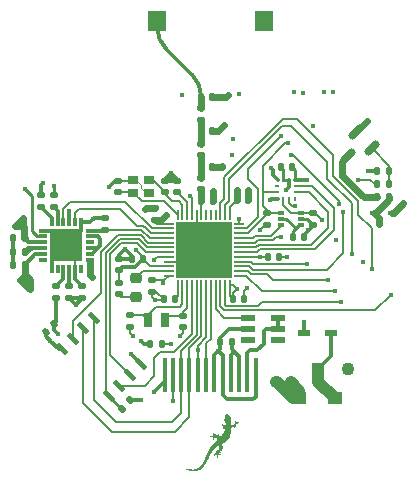
<source format=gbr>
%TF.GenerationSoftware,KiCad,Pcbnew,8.0.3*%
%TF.CreationDate,2024-08-05T21:53:04-05:00*%
%TF.ProjectId,GeckoSmartWatch_V4_1,4765636b-6f53-46d6-9172-745761746368,rev?*%
%TF.SameCoordinates,Original*%
%TF.FileFunction,Copper,L1,Top*%
%TF.FilePolarity,Positive*%
%FSLAX46Y46*%
G04 Gerber Fmt 4.6, Leading zero omitted, Abs format (unit mm)*
G04 Created by KiCad (PCBNEW 8.0.3) date 2024-08-05 21:53:04*
%MOMM*%
%LPD*%
G01*
G04 APERTURE LIST*
G04 Aperture macros list*
%AMRoundRect*
0 Rectangle with rounded corners*
0 $1 Rounding radius*
0 $2 $3 $4 $5 $6 $7 $8 $9 X,Y pos of 4 corners*
0 Add a 4 corners polygon primitive as box body*
4,1,4,$2,$3,$4,$5,$6,$7,$8,$9,$2,$3,0*
0 Add four circle primitives for the rounded corners*
1,1,$1+$1,$2,$3*
1,1,$1+$1,$4,$5*
1,1,$1+$1,$6,$7*
1,1,$1+$1,$8,$9*
0 Add four rect primitives between the rounded corners*
20,1,$1+$1,$2,$3,$4,$5,0*
20,1,$1+$1,$4,$5,$6,$7,0*
20,1,$1+$1,$6,$7,$8,$9,0*
20,1,$1+$1,$8,$9,$2,$3,0*%
%AMRotRect*
0 Rectangle, with rotation*
0 The origin of the aperture is its center*
0 $1 length*
0 $2 width*
0 $3 Rotation angle, in degrees counterclockwise*
0 Add horizontal line*
21,1,$1,$2,0,0,$3*%
G04 Aperture macros list end*
%TA.AperFunction,EtchedComponent*%
%ADD10C,0.000000*%
%TD*%
%TA.AperFunction,SMDPad,CuDef*%
%ADD11RoundRect,0.150000X0.309359X0.521491X-0.521491X-0.309359X-0.309359X-0.521491X0.521491X0.309359X0*%
%TD*%
%TA.AperFunction,SMDPad,CuDef*%
%ADD12R,0.800000X0.300000*%
%TD*%
%TA.AperFunction,SMDPad,CuDef*%
%ADD13R,0.300000X0.800000*%
%TD*%
%TA.AperFunction,SMDPad,CuDef*%
%ADD14R,2.800000X2.800000*%
%TD*%
%TA.AperFunction,SMDPad,CuDef*%
%ADD15R,0.850000X0.750000*%
%TD*%
%TA.AperFunction,SMDPad,CuDef*%
%ADD16R,0.400000X3.000000*%
%TD*%
%TA.AperFunction,SMDPad,CuDef*%
%ADD17RoundRect,0.140000X0.021213X-0.219203X0.219203X-0.021213X-0.021213X0.219203X-0.219203X0.021213X0*%
%TD*%
%TA.AperFunction,SMDPad,CuDef*%
%ADD18RoundRect,0.140000X0.140000X0.170000X-0.140000X0.170000X-0.140000X-0.170000X0.140000X-0.170000X0*%
%TD*%
%TA.AperFunction,SMDPad,CuDef*%
%ADD19RoundRect,0.135000X-0.185000X0.135000X-0.185000X-0.135000X0.185000X-0.135000X0.185000X0.135000X0*%
%TD*%
%TA.AperFunction,SMDPad,CuDef*%
%ADD20RoundRect,0.140000X0.170000X-0.140000X0.170000X0.140000X-0.170000X0.140000X-0.170000X-0.140000X0*%
%TD*%
%TA.AperFunction,SMDPad,CuDef*%
%ADD21RoundRect,0.135000X-0.035355X0.226274X-0.226274X0.035355X0.035355X-0.226274X0.226274X-0.035355X0*%
%TD*%
%TA.AperFunction,SMDPad,CuDef*%
%ADD22R,0.200000X0.850000*%
%TD*%
%TA.AperFunction,SMDPad,CuDef*%
%ADD23R,0.850000X0.200000*%
%TD*%
%TA.AperFunction,SMDPad,CuDef*%
%ADD24R,4.700000X4.700000*%
%TD*%
%TA.AperFunction,SMDPad,CuDef*%
%ADD25RoundRect,0.140000X-0.140000X-0.170000X0.140000X-0.170000X0.140000X0.170000X-0.140000X0.170000X0*%
%TD*%
%TA.AperFunction,SMDPad,CuDef*%
%ADD26RoundRect,0.135000X-0.135000X-0.185000X0.135000X-0.185000X0.135000X0.185000X-0.135000X0.185000X0*%
%TD*%
%TA.AperFunction,SMDPad,CuDef*%
%ADD27RoundRect,0.147500X0.172500X-0.147500X0.172500X0.147500X-0.172500X0.147500X-0.172500X-0.147500X0*%
%TD*%
%TA.AperFunction,SMDPad,CuDef*%
%ADD28R,1.200000X0.550000*%
%TD*%
%TA.AperFunction,SMDPad,CuDef*%
%ADD29R,0.800000X1.300000*%
%TD*%
%TA.AperFunction,SMDPad,CuDef*%
%ADD30RoundRect,0.135000X0.185000X-0.135000X0.185000X0.135000X-0.185000X0.135000X-0.185000X-0.135000X0*%
%TD*%
%TA.AperFunction,SMDPad,CuDef*%
%ADD31R,1.075000X0.500000*%
%TD*%
%TA.AperFunction,SMDPad,CuDef*%
%ADD32RoundRect,0.140000X-0.170000X0.140000X-0.170000X-0.140000X0.170000X-0.140000X0.170000X0.140000X0*%
%TD*%
%TA.AperFunction,SMDPad,CuDef*%
%ADD33R,0.410000X0.280000*%
%TD*%
%TA.AperFunction,SMDPad,CuDef*%
%ADD34R,0.280000X0.410000*%
%TD*%
%TA.AperFunction,SMDPad,CuDef*%
%ADD35RotRect,0.450000X1.100000X225.000000*%
%TD*%
%TA.AperFunction,SMDPad,CuDef*%
%ADD36RoundRect,0.135000X0.135000X0.185000X-0.135000X0.185000X-0.135000X-0.185000X0.135000X-0.185000X0*%
%TD*%
%TA.AperFunction,SMDPad,CuDef*%
%ADD37RoundRect,0.218750X-0.256250X0.218750X-0.256250X-0.218750X0.256250X-0.218750X0.256250X0.218750X0*%
%TD*%
%TA.AperFunction,ComponentPad*%
%ADD38C,1.100000*%
%TD*%
%TA.AperFunction,ComponentPad*%
%ADD39R,1.100000X1.100000*%
%TD*%
%TA.AperFunction,SMDPad,CuDef*%
%ADD40R,1.240000X1.120000*%
%TD*%
%TA.AperFunction,SMDPad,CuDef*%
%ADD41R,0.475000X0.300000*%
%TD*%
%TA.AperFunction,SMDPad,CuDef*%
%ADD42R,0.640000X0.420000*%
%TD*%
%TA.AperFunction,SMDPad,CuDef*%
%ADD43R,1.500000X1.800000*%
%TD*%
%TA.AperFunction,ViaPad*%
%ADD44C,0.450000*%
%TD*%
%TA.AperFunction,Conductor*%
%ADD45C,0.570000*%
%TD*%
%TA.AperFunction,Conductor*%
%ADD46C,0.300000*%
%TD*%
%TA.AperFunction,Conductor*%
%ADD47C,0.150000*%
%TD*%
%TA.AperFunction,Conductor*%
%ADD48C,0.200000*%
%TD*%
%TA.AperFunction,Conductor*%
%ADD49C,0.254000*%
%TD*%
%TA.AperFunction,Conductor*%
%ADD50C,0.100000*%
%TD*%
%TA.AperFunction,Conductor*%
%ADD51C,0.349300*%
%TD*%
%TA.AperFunction,Conductor*%
%ADD52C,0.590000*%
%TD*%
%TA.AperFunction,Conductor*%
%ADD53C,0.317800*%
%TD*%
%TA.AperFunction,Conductor*%
%ADD54C,1.000000*%
%TD*%
G04 APERTURE END LIST*
D10*
%TA.AperFunction,EtchedComponent*%
%TO.C,G\u002A\u002A\u002A*%
G36*
X144878129Y-114150737D02*
G01*
X144898434Y-114155862D01*
X144905823Y-114159039D01*
X144917202Y-114166191D01*
X144932333Y-114177792D01*
X144949972Y-114192697D01*
X144968878Y-114209760D01*
X144987810Y-114227834D01*
X145005521Y-114245774D01*
X145020773Y-114262434D01*
X145029968Y-114273554D01*
X145039931Y-114285845D01*
X145047953Y-114293837D01*
X145056296Y-114299445D01*
X145065828Y-114303988D01*
X145082881Y-114313637D01*
X145098193Y-114326361D01*
X145109810Y-114340298D01*
X145115087Y-114350931D01*
X145117149Y-114360454D01*
X145119101Y-114374490D01*
X145120531Y-114390057D01*
X145120565Y-114390577D01*
X145121951Y-114405955D01*
X145124366Y-114416758D01*
X145128860Y-114425910D01*
X145136481Y-114436338D01*
X145137352Y-114437433D01*
X145152567Y-114457508D01*
X145167589Y-114479105D01*
X145181352Y-114500540D01*
X145192791Y-114520132D01*
X145200843Y-114536198D01*
X145202567Y-114540422D01*
X145205860Y-114551831D01*
X145208085Y-114566312D01*
X145209351Y-114585129D01*
X145209766Y-114609549D01*
X145209697Y-114623452D01*
X145209623Y-114648219D01*
X145210119Y-114667419D01*
X145211402Y-114682976D01*
X145213692Y-114696813D01*
X145217209Y-114710854D01*
X145221114Y-114723724D01*
X145226995Y-114744428D01*
X145230900Y-114764213D01*
X145232807Y-114784372D01*
X145232693Y-114806196D01*
X145230533Y-114830979D01*
X145226305Y-114860011D01*
X145219987Y-114894584D01*
X145217846Y-114905402D01*
X145212956Y-114930896D01*
X145208566Y-114955850D01*
X145204932Y-114978637D01*
X145202311Y-114997633D01*
X145200961Y-115011213D01*
X145200872Y-115012957D01*
X145199767Y-115041326D01*
X145226196Y-115064535D01*
X145241291Y-115077270D01*
X145254074Y-115086215D01*
X145266321Y-115091845D01*
X145279802Y-115094636D01*
X145296291Y-115095064D01*
X145317563Y-115093604D01*
X145330001Y-115092370D01*
X145350529Y-115090730D01*
X145374843Y-115089533D01*
X145399236Y-115088934D01*
X145412350Y-115088924D01*
X145456745Y-115089424D01*
X145504724Y-115032270D01*
X145525073Y-115007893D01*
X145540982Y-114988471D01*
X145552951Y-114973313D01*
X145561480Y-114961732D01*
X145567069Y-114953037D01*
X145570219Y-114946538D01*
X145571429Y-114941549D01*
X145571489Y-114940249D01*
X145569245Y-114934281D01*
X145562961Y-114923532D01*
X145553306Y-114909059D01*
X145540952Y-114891919D01*
X145539983Y-114890619D01*
X145528642Y-114875319D01*
X145519114Y-114862238D01*
X145512208Y-114852503D01*
X145508734Y-114847243D01*
X145508477Y-114846675D01*
X145511975Y-114843161D01*
X145522227Y-114842044D01*
X145538878Y-114843341D01*
X145549191Y-114844851D01*
X145563259Y-114846646D01*
X145574276Y-114847115D01*
X145580350Y-114846206D01*
X145580903Y-114845704D01*
X145580454Y-114840388D01*
X145577199Y-114830857D01*
X145573483Y-114822587D01*
X145565746Y-114801488D01*
X145564315Y-114782964D01*
X145569068Y-114767607D01*
X145579877Y-114756006D01*
X145588474Y-114751393D01*
X145598676Y-114748403D01*
X145606695Y-114748073D01*
X145607799Y-114748415D01*
X145612947Y-114753772D01*
X145618882Y-114764606D01*
X145624815Y-114779056D01*
X145629959Y-114795268D01*
X145632798Y-114807328D01*
X145635143Y-114819132D01*
X145637031Y-114828256D01*
X145637632Y-114830964D01*
X145641887Y-114833462D01*
X145652128Y-114833553D01*
X145659857Y-114832554D01*
X145684905Y-114831499D01*
X145708032Y-114837202D01*
X145730348Y-114849981D01*
X145736093Y-114854451D01*
X145755694Y-114870500D01*
X145791167Y-114866790D01*
X145815725Y-114865445D01*
X145835566Y-114867512D01*
X145852876Y-114873470D01*
X145869838Y-114883795D01*
X145870208Y-114884063D01*
X145880653Y-114893958D01*
X145887559Y-114905015D01*
X145889792Y-114915126D01*
X145888946Y-114918855D01*
X145882738Y-114926706D01*
X145871230Y-114933498D01*
X145853779Y-114939482D01*
X145829744Y-114944912D01*
X145817375Y-114947115D01*
X145795135Y-114951031D01*
X145779585Y-114954286D01*
X145769974Y-114957119D01*
X145765548Y-114959763D01*
X145765551Y-114962458D01*
X145766169Y-114963181D01*
X145770521Y-114965919D01*
X145779494Y-114970714D01*
X145788431Y-114975190D01*
X145812913Y-114988784D01*
X145830195Y-115002127D01*
X145840143Y-115015113D01*
X145840891Y-115016768D01*
X145842450Y-115024592D01*
X145843163Y-115036889D01*
X145843110Y-115051450D01*
X145842374Y-115066061D01*
X145841034Y-115078514D01*
X145839173Y-115086597D01*
X145838275Y-115088137D01*
X145834102Y-115089977D01*
X145827840Y-115088464D01*
X145818780Y-115083147D01*
X145806215Y-115073574D01*
X145789434Y-115059292D01*
X145780328Y-115051216D01*
X145763000Y-115035916D01*
X145749837Y-115024889D01*
X145739585Y-115017227D01*
X145730984Y-115012021D01*
X145722777Y-115008365D01*
X145719210Y-115007096D01*
X145707441Y-115003791D01*
X145697745Y-115003027D01*
X145689726Y-115005446D01*
X145682989Y-115011696D01*
X145677140Y-115022420D01*
X145671781Y-115038264D01*
X145666520Y-115059872D01*
X145660959Y-115087889D01*
X145657306Y-115108094D01*
X145652648Y-115132842D01*
X145647394Y-115158174D01*
X145642037Y-115181866D01*
X145637069Y-115201694D01*
X145634509Y-115210725D01*
X145623388Y-115247337D01*
X145586264Y-115284461D01*
X145571386Y-115299245D01*
X145560493Y-115309639D01*
X145552299Y-115316588D01*
X145545522Y-115321044D01*
X145538878Y-115323955D01*
X145531085Y-115326268D01*
X145528971Y-115326821D01*
X145510322Y-115330867D01*
X145492393Y-115332771D01*
X145473072Y-115332537D01*
X145450244Y-115330171D01*
X145429712Y-115327025D01*
X145395724Y-115321884D01*
X145367877Y-115318991D01*
X145345135Y-115318415D01*
X145326459Y-115320225D01*
X145310814Y-115324491D01*
X145297163Y-115331282D01*
X145289821Y-115336352D01*
X145278093Y-115347588D01*
X145267709Y-115362880D01*
X145258162Y-115383210D01*
X145248953Y-115409560D01*
X145244352Y-115425173D01*
X145239176Y-115443263D01*
X145232479Y-115466205D01*
X145224939Y-115491682D01*
X145217244Y-115517379D01*
X145212926Y-115531640D01*
X145204288Y-115560552D01*
X145197701Y-115584302D01*
X145192822Y-115604838D01*
X145189309Y-115624107D01*
X145186821Y-115644056D01*
X145185015Y-115666633D01*
X145183551Y-115693786D01*
X145183229Y-115700827D01*
X145181194Y-115739307D01*
X145178670Y-115772470D01*
X145175401Y-115802495D01*
X145171131Y-115831560D01*
X145165605Y-115861846D01*
X145162542Y-115876921D01*
X145142064Y-115958968D01*
X145114984Y-116041357D01*
X145081960Y-116122531D01*
X145043644Y-116200932D01*
X145000692Y-116275000D01*
X144985404Y-116298537D01*
X144962403Y-116331703D01*
X144939625Y-116361733D01*
X144915461Y-116390564D01*
X144888291Y-116420128D01*
X144859994Y-116448911D01*
X144837836Y-116470410D01*
X144816602Y-116489832D01*
X144795149Y-116508054D01*
X144772331Y-116525956D01*
X144747009Y-116544415D01*
X144718039Y-116564309D01*
X144684277Y-116586516D01*
X144663840Y-116599659D01*
X144630660Y-116621042D01*
X144602890Y-116639362D01*
X144579480Y-116655371D01*
X144559379Y-116669819D01*
X144541539Y-116683455D01*
X144524909Y-116697031D01*
X144512150Y-116708016D01*
X144499253Y-116719450D01*
X144490929Y-116727434D01*
X144486097Y-116733451D01*
X144483682Y-116738984D01*
X144482607Y-116745517D01*
X144482275Y-116749144D01*
X144482194Y-116759940D01*
X144483128Y-116775571D01*
X144484891Y-116793470D01*
X144486104Y-116803030D01*
X144494697Y-116874845D01*
X144499746Y-116940094D01*
X144501250Y-116998818D01*
X144499210Y-117051063D01*
X144493628Y-117096867D01*
X144492370Y-117103790D01*
X144487444Y-117125182D01*
X144480619Y-117148852D01*
X144472598Y-117172813D01*
X144464085Y-117195081D01*
X144455780Y-117213671D01*
X144449428Y-117225073D01*
X144440861Y-117236321D01*
X144429357Y-117248049D01*
X144414136Y-117260876D01*
X144394422Y-117275423D01*
X144369434Y-117292307D01*
X144345597Y-117307615D01*
X144319993Y-117324247D01*
X144296427Y-117340427D01*
X144275571Y-117355619D01*
X144258102Y-117369282D01*
X144244694Y-117380882D01*
X144236022Y-117389877D01*
X144232758Y-117395731D01*
X144233249Y-117397211D01*
X144237802Y-117397718D01*
X144247231Y-117396912D01*
X144254407Y-117395830D01*
X144284532Y-117392023D01*
X144308461Y-117392216D01*
X144326403Y-117396509D01*
X144338570Y-117404998D01*
X144345168Y-117417785D01*
X144346412Y-117434969D01*
X144346017Y-117439103D01*
X144342750Y-117451176D01*
X144335615Y-117461188D01*
X144323867Y-117469555D01*
X144306760Y-117476688D01*
X144283551Y-117483003D01*
X144257661Y-117488182D01*
X144235882Y-117492115D01*
X144220773Y-117495184D01*
X144211621Y-117497862D01*
X144207713Y-117500622D01*
X144208341Y-117503939D01*
X144212790Y-117508283D01*
X144219554Y-117513525D01*
X144230497Y-117521232D01*
X144245296Y-117530861D01*
X144261255Y-117540673D01*
X144265990Y-117543464D01*
X144283495Y-117554505D01*
X144302176Y-117567616D01*
X144318424Y-117580242D01*
X144320653Y-117582130D01*
X144345156Y-117603223D01*
X144339121Y-117627305D01*
X144333916Y-117647582D01*
X144329924Y-117661694D01*
X144326733Y-117670796D01*
X144323927Y-117676043D01*
X144321090Y-117678592D01*
X144320632Y-117678815D01*
X144317827Y-117679430D01*
X144313880Y-117678723D01*
X144307934Y-117676232D01*
X144299129Y-117671495D01*
X144286609Y-117664050D01*
X144269514Y-117653437D01*
X144247096Y-117639261D01*
X144221503Y-117624072D01*
X144196303Y-117611070D01*
X144172945Y-117600905D01*
X144152886Y-117594218D01*
X144140334Y-117591821D01*
X144126297Y-117592454D01*
X144113630Y-117596304D01*
X144105101Y-117602459D01*
X144104232Y-117603719D01*
X144102987Y-117609612D01*
X144102053Y-117621765D01*
X144101466Y-117638947D01*
X144101263Y-117659920D01*
X144101482Y-117683453D01*
X144101626Y-117690441D01*
X144102026Y-117715373D01*
X144102070Y-117738939D01*
X144101784Y-117759678D01*
X144101190Y-117776134D01*
X144100311Y-117786844D01*
X144100104Y-117788169D01*
X144096215Y-117801458D01*
X144088880Y-117819235D01*
X144078892Y-117839804D01*
X144067043Y-117861467D01*
X144061348Y-117871066D01*
X144057476Y-117875502D01*
X144053121Y-117875969D01*
X144047800Y-117871911D01*
X144041026Y-117862768D01*
X144032313Y-117847984D01*
X144021176Y-117826999D01*
X144018603Y-117821985D01*
X144007256Y-117799232D01*
X143999224Y-117780986D01*
X143994140Y-117765222D01*
X143991636Y-117749911D01*
X143991345Y-117733029D01*
X143992897Y-117712549D01*
X143995147Y-117692811D01*
X143997208Y-117671018D01*
X143998612Y-117646644D01*
X143999135Y-117623998D01*
X143999079Y-117617838D01*
X143997099Y-117589158D01*
X143992400Y-117567411D01*
X143984947Y-117552523D01*
X143974704Y-117544423D01*
X143962131Y-117542974D01*
X143951218Y-117544952D01*
X143943240Y-117548744D01*
X143936901Y-117555732D01*
X143930904Y-117567292D01*
X143924718Y-117582771D01*
X143918456Y-117598605D01*
X143913177Y-117609409D01*
X143907553Y-117617287D01*
X143900252Y-117624345D01*
X143896419Y-117627527D01*
X143882834Y-117637425D01*
X143867552Y-117646998D01*
X143861488Y-117650312D01*
X143852025Y-117655382D01*
X143845542Y-117660063D01*
X143840318Y-117666259D01*
X143834630Y-117675874D01*
X143829336Y-117685883D01*
X143822273Y-117699048D01*
X143817343Y-117706856D01*
X143813377Y-117710684D01*
X143809210Y-117711908D01*
X143807213Y-117711977D01*
X143797842Y-117708554D01*
X143791529Y-117698288D01*
X143788281Y-117681186D01*
X143787820Y-117665675D01*
X143788441Y-117652647D01*
X143790264Y-117640878D01*
X143793836Y-117629241D01*
X143799710Y-117616610D01*
X143808433Y-117601860D01*
X143820557Y-117583865D01*
X143836631Y-117561498D01*
X143842780Y-117553123D01*
X143862494Y-117526130D01*
X143878700Y-117503292D01*
X143892525Y-117482861D01*
X143905091Y-117463094D01*
X143917525Y-117442246D01*
X143930954Y-117418572D01*
X143939460Y-117403186D01*
X143950578Y-117383356D01*
X143961852Y-117363954D01*
X143972185Y-117346822D01*
X143980480Y-117333801D01*
X143982757Y-117330474D01*
X143999221Y-117310099D01*
X144021050Y-117287541D01*
X144046907Y-117263988D01*
X144075455Y-117240623D01*
X144105357Y-117218637D01*
X144119372Y-117209197D01*
X144151005Y-117188114D01*
X144177147Y-117169764D01*
X144197530Y-117154351D01*
X144211887Y-117142080D01*
X144219948Y-117133153D01*
X144220467Y-117132335D01*
X144221935Y-117128688D01*
X144222273Y-117123663D01*
X144221249Y-117116345D01*
X144218626Y-117105817D01*
X144214171Y-117091163D01*
X144207650Y-117071468D01*
X144198827Y-117045815D01*
X144196920Y-117040331D01*
X144188052Y-117014422D01*
X144179526Y-116988696D01*
X144171840Y-116964726D01*
X144165495Y-116944080D01*
X144160993Y-116928330D01*
X144159872Y-116923975D01*
X144155756Y-116909029D01*
X144151568Y-116897013D01*
X144147972Y-116889705D01*
X144146660Y-116888398D01*
X144141597Y-116889177D01*
X144131296Y-116892897D01*
X144117148Y-116898990D01*
X144100540Y-116906887D01*
X144096475Y-116908921D01*
X144051371Y-116931706D01*
X143965955Y-117013352D01*
X143933188Y-117044326D01*
X143903324Y-117071855D01*
X143876952Y-117095411D01*
X143854661Y-117114465D01*
X143840103Y-117126160D01*
X143817464Y-117144485D01*
X143792791Y-117166219D01*
X143765145Y-117192216D01*
X143738636Y-117218274D01*
X143716920Y-117240132D01*
X143699356Y-117258302D01*
X143684656Y-117274252D01*
X143671527Y-117289453D01*
X143658679Y-117305376D01*
X143644819Y-117323489D01*
X143636951Y-117334035D01*
X143618464Y-117359154D01*
X143601229Y-117383059D01*
X143584940Y-117406284D01*
X143569290Y-117429368D01*
X143553974Y-117452847D01*
X143538683Y-117477256D01*
X143523114Y-117503133D01*
X143506957Y-117531013D01*
X143489909Y-117561434D01*
X143471660Y-117594932D01*
X143451907Y-117632044D01*
X143430341Y-117673305D01*
X143406657Y-117719253D01*
X143380547Y-117770424D01*
X143351707Y-117827354D01*
X143325570Y-117879178D01*
X143285504Y-117958172D01*
X143248017Y-118030865D01*
X143212757Y-118097861D01*
X143179378Y-118159767D01*
X143147530Y-118217185D01*
X143116866Y-118270723D01*
X143087036Y-118320984D01*
X143057690Y-118368575D01*
X143028483Y-118414097D01*
X142999063Y-118458160D01*
X142969083Y-118501364D01*
X142958130Y-118516764D01*
X142936617Y-118546623D01*
X142917690Y-118572315D01*
X142900387Y-118594968D01*
X142883741Y-118615708D01*
X142866788Y-118635660D01*
X142848564Y-118655949D01*
X142828105Y-118677701D01*
X142804444Y-118702041D01*
X142776617Y-118730096D01*
X142767202Y-118739514D01*
X142741739Y-118764902D01*
X142720762Y-118785655D01*
X142703491Y-118802484D01*
X142689148Y-118816094D01*
X142676955Y-118827196D01*
X142666135Y-118836499D01*
X142655907Y-118844711D01*
X142645494Y-118852540D01*
X142634122Y-118860694D01*
X142597621Y-118885600D01*
X142563390Y-118906922D01*
X142529645Y-118925553D01*
X142494603Y-118942387D01*
X142456482Y-118958315D01*
X142413496Y-118974231D01*
X142393593Y-118981117D01*
X142308890Y-119007089D01*
X142225265Y-119027084D01*
X142143197Y-119041064D01*
X142063162Y-119048990D01*
X141985639Y-119050822D01*
X141911108Y-119046523D01*
X141840046Y-119036053D01*
X141807048Y-119028760D01*
X141782980Y-119022340D01*
X141757091Y-119014434D01*
X141728363Y-119004684D01*
X141695784Y-118992731D01*
X141658337Y-118978221D01*
X141620784Y-118963145D01*
X141573154Y-118944135D01*
X141530667Y-118927968D01*
X141491777Y-118914084D01*
X141454940Y-118901928D01*
X141428929Y-118893964D01*
X141410904Y-118888365D01*
X141398213Y-118883578D01*
X141388901Y-118878627D01*
X141381014Y-118872538D01*
X141375557Y-118867340D01*
X141367241Y-118858455D01*
X141361667Y-118851413D01*
X141360209Y-118848455D01*
X141362295Y-118842993D01*
X141369136Y-118838880D01*
X141381607Y-118835808D01*
X141400579Y-118833471D01*
X141403611Y-118833202D01*
X141414429Y-118832453D01*
X141426003Y-118832065D01*
X141438846Y-118832089D01*
X141453469Y-118832577D01*
X141470384Y-118833582D01*
X141490101Y-118835156D01*
X141513133Y-118837350D01*
X141539991Y-118840216D01*
X141571187Y-118843806D01*
X141607231Y-118848173D01*
X141648636Y-118853368D01*
X141695912Y-118859445D01*
X141749572Y-118866453D01*
X141810128Y-118874446D01*
X141812853Y-118874807D01*
X141869786Y-118881705D01*
X141920803Y-118886407D01*
X141967158Y-118888911D01*
X142010109Y-118889205D01*
X142050911Y-118887285D01*
X142090822Y-118883145D01*
X142131098Y-118876779D01*
X142150293Y-118873059D01*
X142224936Y-118854015D01*
X142298658Y-118827528D01*
X142371458Y-118793600D01*
X142443333Y-118752233D01*
X142514279Y-118703427D01*
X142569541Y-118659720D01*
X142588717Y-118642801D01*
X142611327Y-118621445D01*
X142636145Y-118596934D01*
X142661945Y-118570549D01*
X142687499Y-118543572D01*
X142711583Y-118517283D01*
X142732968Y-118492966D01*
X142750432Y-118471901D01*
X142755544Y-118465330D01*
X142783865Y-118425367D01*
X142813352Y-118378482D01*
X142843740Y-118325118D01*
X142874768Y-118265714D01*
X142876647Y-118261963D01*
X142891328Y-118232182D01*
X142905210Y-118203112D01*
X142918593Y-118174007D01*
X142931775Y-118144126D01*
X142945057Y-118112722D01*
X142958736Y-118079055D01*
X142973112Y-118042378D01*
X142988485Y-118001949D01*
X143005154Y-117957023D01*
X143023417Y-117906858D01*
X143043574Y-117850708D01*
X143055138Y-117818238D01*
X143074582Y-117763988D01*
X143092310Y-117715606D01*
X143108835Y-117671794D01*
X143124672Y-117631260D01*
X143140334Y-117592706D01*
X143156336Y-117554839D01*
X143173191Y-117516363D01*
X143187715Y-117484100D01*
X143229892Y-117393704D01*
X143271235Y-117309952D01*
X143312155Y-117232096D01*
X143353064Y-117159382D01*
X143394375Y-117091060D01*
X143436498Y-117026381D01*
X143447875Y-117009718D01*
X143500890Y-116935338D01*
X143553437Y-116866933D01*
X143606733Y-116803169D01*
X143661996Y-116742712D01*
X143720440Y-116684229D01*
X143783284Y-116626384D01*
X143848942Y-116570171D01*
X143872622Y-116550426D01*
X143896357Y-116530460D01*
X143918968Y-116511280D01*
X143939277Y-116493888D01*
X143956104Y-116479286D01*
X143967917Y-116468804D01*
X144002835Y-116437185D01*
X144001401Y-116412128D01*
X144001244Y-116399675D01*
X144001748Y-116381701D01*
X144002823Y-116360153D01*
X144004380Y-116336975D01*
X144005450Y-116323782D01*
X144008130Y-116291624D01*
X144009988Y-116266253D01*
X144011047Y-116247005D01*
X144011329Y-116233216D01*
X144010858Y-116224220D01*
X144009656Y-116219353D01*
X144009044Y-116218479D01*
X144003581Y-116216910D01*
X143992744Y-116218123D01*
X143976080Y-116222212D01*
X143953130Y-116229272D01*
X143947460Y-116231144D01*
X143904536Y-116243840D01*
X143865209Y-116251923D01*
X143827478Y-116255771D01*
X143814853Y-116256179D01*
X143777127Y-116256764D01*
X143766537Y-116279460D01*
X143760454Y-116294202D01*
X143753927Y-116312716D01*
X143748184Y-116331463D01*
X143747205Y-116335051D01*
X143738464Y-116367946D01*
X143706878Y-116386856D01*
X143684758Y-116399447D01*
X143663764Y-116410189D01*
X143644971Y-116418634D01*
X143629452Y-116424332D01*
X143618280Y-116426835D01*
X143613011Y-116426120D01*
X143606259Y-116417253D01*
X143604914Y-116404026D01*
X143608732Y-116387013D01*
X143617469Y-116366787D01*
X143630883Y-116343919D01*
X143648729Y-116318984D01*
X143669008Y-116294531D01*
X143687335Y-116272624D01*
X143700384Y-116254105D01*
X143708808Y-116237769D01*
X143713261Y-116222414D01*
X143714385Y-116210860D01*
X143711344Y-116188310D01*
X143701380Y-116168017D01*
X143684949Y-116150891D01*
X143683971Y-116150138D01*
X143675357Y-116144471D01*
X143665624Y-116140184D01*
X143653460Y-116137007D01*
X143637550Y-116134672D01*
X143616582Y-116132909D01*
X143593506Y-116131649D01*
X143573603Y-116130273D01*
X143554450Y-116128171D01*
X143538409Y-116125648D01*
X143528906Y-116123373D01*
X143506363Y-116113832D01*
X143483294Y-116100245D01*
X143462729Y-116084548D01*
X143452497Y-116074531D01*
X143444599Y-116065454D01*
X143441216Y-116059740D01*
X143441797Y-116055216D01*
X143445800Y-116049708D01*
X143446151Y-116049283D01*
X143451018Y-116044509D01*
X143457165Y-116041711D01*
X143466521Y-116040443D01*
X143481020Y-116040257D01*
X143484913Y-116040312D01*
X143501477Y-116039994D01*
X143516976Y-116038666D01*
X143528446Y-116036602D01*
X143529769Y-116036203D01*
X143546867Y-116031367D01*
X143562018Y-116029494D01*
X143577538Y-116030704D01*
X143595743Y-116035113D01*
X143611943Y-116040378D01*
X143635901Y-116047762D01*
X143657030Y-116051990D01*
X143678957Y-116053722D01*
X143685694Y-116053850D01*
X143707527Y-116053176D01*
X143722424Y-116050307D01*
X143730777Y-116044655D01*
X143732973Y-116035633D01*
X143729406Y-116022651D01*
X143720463Y-116005123D01*
X143719332Y-116003172D01*
X143707644Y-115982799D01*
X143699412Y-115967357D01*
X143694032Y-115955469D01*
X143690902Y-115945758D01*
X143689420Y-115936849D01*
X143689221Y-115934367D01*
X143689499Y-115919165D01*
X143691717Y-115900548D01*
X143695437Y-115880347D01*
X143700224Y-115860388D01*
X143705643Y-115842501D01*
X143711256Y-115828516D01*
X143716386Y-115820493D01*
X143723991Y-115817503D01*
X143733515Y-115821650D01*
X143738943Y-115826396D01*
X143745382Y-115831113D01*
X143756082Y-115837349D01*
X143765949Y-115842394D01*
X143782788Y-115852104D01*
X143794807Y-115863447D01*
X143802749Y-115877804D01*
X143807350Y-115896557D01*
X143809353Y-115921089D01*
X143809430Y-115923595D01*
X143810710Y-115946269D01*
X143813083Y-115966145D01*
X143816307Y-115981832D01*
X143820140Y-115991931D01*
X143821657Y-115993966D01*
X143826595Y-115994754D01*
X143833158Y-115988735D01*
X143841428Y-115975790D01*
X143851485Y-115955798D01*
X143859645Y-115937518D01*
X143867753Y-115919756D01*
X143876545Y-115902233D01*
X143884649Y-115887620D01*
X143888134Y-115882060D01*
X143895913Y-115871071D01*
X143902232Y-115864511D01*
X143909495Y-115860376D01*
X143917671Y-115857448D01*
X143931204Y-115855160D01*
X143941090Y-115858677D01*
X143947859Y-115868454D01*
X143952037Y-115884949D01*
X143952395Y-115887449D01*
X143953605Y-115904533D01*
X143951619Y-115919059D01*
X143945701Y-115933068D01*
X143935119Y-115948598D01*
X143926680Y-115958961D01*
X143916144Y-115971824D01*
X143910096Y-115980452D01*
X143907841Y-115986034D01*
X143908684Y-115989755D01*
X143908686Y-115989756D01*
X143914059Y-115992388D01*
X143924438Y-115991443D01*
X143940143Y-115986823D01*
X143961494Y-115978431D01*
X143988813Y-115966167D01*
X143995087Y-115963209D01*
X144028450Y-115947594D01*
X144056120Y-115935224D01*
X144079023Y-115925816D01*
X144098086Y-115919086D01*
X144114236Y-115914754D01*
X144128398Y-115912533D01*
X144141499Y-115912146D01*
X144154465Y-115913306D01*
X144157301Y-115913727D01*
X144181536Y-115919944D01*
X144200424Y-115930560D01*
X144215208Y-115946399D01*
X144221101Y-115955896D01*
X144227161Y-115968593D01*
X144234756Y-115987131D01*
X144243407Y-116010118D01*
X144252639Y-116036170D01*
X144261975Y-116063897D01*
X144270940Y-116091913D01*
X144279057Y-116118830D01*
X144285851Y-116143259D01*
X144287232Y-116148602D01*
X144292493Y-116169065D01*
X144296741Y-116182732D01*
X144300966Y-116190038D01*
X144306162Y-116191413D01*
X144313316Y-116187291D01*
X144323422Y-116178103D01*
X144333071Y-116168605D01*
X144352714Y-116146848D01*
X144369128Y-116122998D01*
X144383491Y-116095129D01*
X144394442Y-116068256D01*
X144406074Y-116039347D01*
X144419460Y-116010732D01*
X144435180Y-115981439D01*
X144453817Y-115950499D01*
X144475951Y-115916943D01*
X144502162Y-115879799D01*
X144529568Y-115842702D01*
X144544651Y-115822262D01*
X144559676Y-115801259D01*
X144573428Y-115781439D01*
X144584691Y-115764547D01*
X144590590Y-115755150D01*
X144612893Y-115715065D01*
X144634912Y-115669440D01*
X144656854Y-115617793D01*
X144678921Y-115559644D01*
X144701318Y-115494512D01*
X144702074Y-115492211D01*
X144713992Y-115455001D01*
X144723067Y-115424682D01*
X144729310Y-115401214D01*
X144732732Y-115384553D01*
X144733343Y-115374656D01*
X144732356Y-115371936D01*
X144729140Y-115370733D01*
X144723381Y-115371782D01*
X144714280Y-115375443D01*
X144701036Y-115382075D01*
X144682851Y-115392038D01*
X144664720Y-115402354D01*
X144635372Y-115418785D01*
X144611420Y-115430871D01*
X144592072Y-115438510D01*
X144576539Y-115441600D01*
X144564030Y-115440038D01*
X144553754Y-115433722D01*
X144544920Y-115422546D01*
X144536738Y-115406411D01*
X144528417Y-115385211D01*
X144528192Y-115384589D01*
X144521744Y-115367421D01*
X144516318Y-115355195D01*
X144510604Y-115345723D01*
X144503289Y-115336818D01*
X144493525Y-115326755D01*
X144480497Y-115314538D01*
X144469423Y-115306813D01*
X144458071Y-115302869D01*
X144444211Y-115301994D01*
X144425610Y-115303475D01*
X144421904Y-115303899D01*
X144394258Y-115305214D01*
X144371584Y-115302202D01*
X144358104Y-115297061D01*
X144353478Y-115292621D01*
X144351041Y-115284452D01*
X144350224Y-115271320D01*
X144349899Y-115249673D01*
X144362627Y-115247656D01*
X144370681Y-115246996D01*
X144384627Y-115246485D01*
X144402860Y-115246157D01*
X144423772Y-115246047D01*
X144436804Y-115246098D01*
X144458389Y-115245992D01*
X144478100Y-115245401D01*
X144494378Y-115244409D01*
X144505663Y-115243101D01*
X144509422Y-115242188D01*
X144521382Y-115234390D01*
X144527016Y-115223510D01*
X144526261Y-115210597D01*
X144519051Y-115196700D01*
X144512724Y-115189429D01*
X144498352Y-115171622D01*
X144486569Y-115149159D01*
X144476912Y-115121024D01*
X144471366Y-115098332D01*
X144467792Y-115080962D01*
X144465027Y-115066141D01*
X144463351Y-115055481D01*
X144463028Y-115050650D01*
X144465169Y-115047641D01*
X144470045Y-115047602D01*
X144478441Y-115050860D01*
X144491144Y-115057744D01*
X144508937Y-115068583D01*
X144514831Y-115072303D01*
X144535566Y-115085922D01*
X144550726Y-115097393D01*
X144561362Y-115108086D01*
X144568524Y-115119367D01*
X144573263Y-115132606D01*
X144576629Y-115149168D01*
X144577330Y-115153662D01*
X144580980Y-115173989D01*
X144585156Y-115188071D01*
X144590481Y-115197162D01*
X144597580Y-115202516D01*
X144602577Y-115204354D01*
X144609138Y-115205164D01*
X144616277Y-115203512D01*
X144624856Y-115198804D01*
X144635736Y-115190442D01*
X144649779Y-115177832D01*
X144667845Y-115160380D01*
X144671728Y-115156541D01*
X144686560Y-115142062D01*
X144697989Y-115131687D01*
X144707789Y-115124096D01*
X144717737Y-115117967D01*
X144729606Y-115111980D01*
X144735042Y-115109444D01*
X144749361Y-115102446D01*
X144761591Y-115095760D01*
X144769665Y-115090537D01*
X144771035Y-115089361D01*
X144774803Y-115080600D01*
X144775125Y-115065661D01*
X144772127Y-115044961D01*
X144765937Y-115018917D01*
X144756679Y-114987945D01*
X144744482Y-114952462D01*
X144729470Y-114912886D01*
X144711772Y-114869633D01*
X144691513Y-114823120D01*
X144687787Y-114814839D01*
X144673595Y-114782910D01*
X144661759Y-114755181D01*
X144652512Y-114732242D01*
X144646092Y-114714682D01*
X144642732Y-114703090D01*
X144642396Y-114701168D01*
X144641318Y-114682827D01*
X144642942Y-114662093D01*
X144647466Y-114637777D01*
X144655088Y-114608698D01*
X144661355Y-114588076D01*
X144669081Y-114562034D01*
X144673844Y-114541401D01*
X144675734Y-114524738D01*
X144674840Y-114510605D01*
X144671253Y-114497561D01*
X144667525Y-114488998D01*
X144660770Y-114467289D01*
X144661478Y-114445375D01*
X144669618Y-114423371D01*
X144685162Y-114401396D01*
X144692503Y-114393574D01*
X144699639Y-114383717D01*
X144706525Y-114368303D01*
X144712798Y-114349161D01*
X144727464Y-114302607D01*
X144742070Y-114263085D01*
X144756870Y-114230135D01*
X144772117Y-114203296D01*
X144788068Y-114182106D01*
X144804975Y-114166103D01*
X144818838Y-114157009D01*
X144835664Y-114151249D01*
X144856317Y-114149179D01*
X144878129Y-114150737D01*
G37*
%TD.AperFunction*%
%TD*%
D11*
%TO.P,Q1,3,D*%
%TO.N,Net-(Q1-D)*%
X155112087Y-92337913D03*
%TO.P,Q1,2,S*%
%TO.N,GND*%
X155766161Y-90340336D03*
%TO.P,Q1,1,G*%
%TO.N,Net-(Q1-G)*%
X157109664Y-91683839D03*
%TD*%
D12*
%TO.P,U6,1,VOUTB*%
%TO.N,+3V0*%
X133275000Y-101150000D03*
%TO.P,U6,2,VOUT_BSET1*%
%TO.N,/Power/VSYS*%
X133275000Y-100650000D03*
%TO.P,U6,3,VOUT_BSET2*%
X133275000Y-100150000D03*
%TO.P,U6,4,NC*%
%TO.N,unconnected-(U6-NC-Pad4)*%
X133275000Y-99650000D03*
%TO.P,U6,5,ISET*%
%TO.N,/Power/VSYS*%
X133275000Y-99150000D03*
%TO.P,U6,6,SHPACT*%
%TO.N,BATTERY_DISCONNECT*%
X133275000Y-98650000D03*
D13*
%TO.P,U6,7,MODE*%
%TO.N,GND*%
X132525000Y-97900000D03*
%TO.P,U6,8,CHG*%
%TO.N,Charging*%
X132025000Y-97900000D03*
%TO.P,U6,9,VTERM_SET*%
%TO.N,/Power/VSYS*%
X131525000Y-97900000D03*
%TO.P,U6,10,ERR*%
%TO.N,Charge Error*%
X131025000Y-97900000D03*
%TO.P,U6,11,SHPHLD*%
%TO.N,Net-(U6-SHPHLD)*%
X130525000Y-97900000D03*
%TO.P,U6,12,ICHG*%
%TO.N,Net-(U6-ICHG)*%
X130025000Y-97900000D03*
D12*
%TO.P,U6,13,NC*%
%TO.N,GND*%
X129275000Y-98650000D03*
%TO.P,U6,14,NTC*%
%TO.N,Net-(U6-NTC)*%
X129275000Y-99150000D03*
%TO.P,U6,15,VBAT*%
%TO.N,Net-(SW1-B)*%
X129275000Y-99650000D03*
%TO.P,U6,16,VSYS*%
%TO.N,/Power/VSYS*%
X129275000Y-100150000D03*
%TO.P,U6,17,VBUS*%
%TO.N,VBUS*%
X129275000Y-100650000D03*
%TO.P,U6,18,NC*%
%TO.N,unconnected-(U6-NC-Pad18)*%
X129275000Y-101150000D03*
D13*
%TO.P,U6,19,D-*%
%TO.N,GND*%
X130025000Y-101900000D03*
%TO.P,U6,20,D+*%
%TO.N,unconnected-(U6-D+-Pad20)*%
X130525000Y-101900000D03*
%TO.P,U6,21,DEC*%
%TO.N,Net-(U6-DEC)*%
X131025000Y-101900000D03*
%TO.P,U6,22,SW*%
%TO.N,Net-(U6-SW)*%
X131525000Y-101900000D03*
%TO.P,U6,23,PVSS*%
%TO.N,GND*%
X132025000Y-101900000D03*
%TO.P,U6,24,NC*%
%TO.N,unconnected-(U6-NC-Pad24)*%
X132525000Y-101900000D03*
D14*
%TO.P,U6,25,Die*%
%TO.N,GND*%
X131275000Y-99900000D03*
%TD*%
D15*
%TO.P,Y2,4,4*%
%TO.N,GND*%
X138300000Y-95450000D03*
%TO.P,Y2,3,3*%
%TO.N,Net-(U1-XC2)*%
X136950000Y-95450000D03*
%TO.P,Y2,2,2*%
%TO.N,GND*%
X136950000Y-94400000D03*
%TO.P,Y2,1,1*%
%TO.N,Net-(U1-XC1)*%
X138300000Y-94400000D03*
%TD*%
D16*
%TO.P,U3,1,GND*%
%TO.N,GND*%
X147294576Y-110873473D03*
%TO.P,U3,2,LEDK*%
%TO.N,Net-(U3-LEDK)*%
X146594576Y-110873473D03*
%TO.P,U3,3,LEDA*%
%TO.N,+3V0*%
X145894576Y-110873473D03*
%TO.P,U3,4,VDD*%
X145194576Y-110873473D03*
%TO.P,U3,5,GND*%
%TO.N,GND*%
X144494576Y-110873473D03*
%TO.P,U3,6,GND*%
X143794576Y-110873473D03*
%TO.P,U3,7,DC*%
%TO.N,LCD_D{slash}C*%
X143094576Y-110873473D03*
%TO.P,U3,8,CS*%
%TO.N,LCD_CS*%
X142394576Y-110873473D03*
%TO.P,U3,9,SCL-SCK*%
%TO.N,SCK*%
X141694576Y-110873473D03*
%TO.P,U3,10,SDA-MOSI*%
%TO.N,MOSI*%
X140994576Y-110873473D03*
%TO.P,U3,11,~{RESET}*%
%TO.N,LCD_RESET*%
X140294576Y-110873473D03*
%TO.P,U3,12,GND*%
%TO.N,GND*%
X139594576Y-110873473D03*
%TD*%
D17*
%TO.P,C6,1*%
%TO.N,+3V0*%
X129510589Y-107264411D03*
%TO.P,C6,2*%
%TO.N,GND*%
X130189411Y-106585589D03*
%TD*%
D18*
%TO.P,C20,2*%
%TO.N,GND*%
X149420000Y-93275000D03*
%TO.P,C20,1*%
%TO.N,+3V0*%
X150380000Y-93275000D03*
%TD*%
D19*
%TO.P,R2,2*%
%TO.N,+3V0*%
X148275000Y-98160000D03*
%TO.P,R2,1*%
%TO.N,SCL*%
X148275000Y-97140000D03*
%TD*%
D20*
%TO.P,C25,1*%
%TO.N,+3V0*%
X132625000Y-104330000D03*
%TO.P,C25,2*%
%TO.N,GND*%
X132625000Y-103370000D03*
%TD*%
D19*
%TO.P,R9,1*%
%TO.N,Net-(SW1-B)*%
X130225000Y-95640000D03*
%TO.P,R9,2*%
%TO.N,Net-(U6-SHPHLD)*%
X130225000Y-96660000D03*
%TD*%
D21*
%TO.P,R3,1*%
%TO.N,+3V0*%
X136660624Y-113014376D03*
%TO.P,R3,2*%
%TO.N,EXT_FLASH_CS*%
X135939376Y-113735624D03*
%TD*%
D22*
%TO.P,U1,1,DEC1*%
%TO.N,Net-(U1-DEC1)*%
X140700000Y-103225000D03*
%TO.P,U1,2,P0.00/XL1*%
%TO.N,Net-(U1-P0.00{slash}XL1)*%
X141100000Y-103225000D03*
%TO.P,U1,3,P0.01/XL2*%
%TO.N,Net-(U1-P0.01{slash}XL2)*%
X141500000Y-103225000D03*
%TO.P,U1,4,P0.04/AIN2*%
%TO.N,MISO*%
X141900000Y-103225000D03*
%TO.P,U1,5,P0.05/AIN3*%
%TO.N,MOSI*%
X142300000Y-103225000D03*
%TO.P,U1,6,P0.07/TRACECLK*%
%TO.N,SCK*%
X142700000Y-103225000D03*
%TO.P,U1,7,P0.08*%
%TO.N,LCD_CS*%
X143100000Y-103225000D03*
%TO.P,U1,8,P1.08*%
%TO.N,LCD_D{slash}C*%
X143500000Y-103225000D03*
%TO.P,U1,9,P1.09/TRACEDATA3*%
%TO.N,LCD_PWM*%
X143900000Y-103225000D03*
%TO.P,U1,10,P0.11/TRACEDATA2*%
%TO.N,USB_RTS*%
X144300000Y-103225000D03*
%TO.P,U1,11,P0.12/TRACEDATA1*%
%TO.N,USB_RX*%
X144700000Y-103225000D03*
%TO.P,U1,12,VDD*%
%TO.N,+3V0*%
X145100000Y-103225000D03*
D23*
%TO.P,U1,13,P0.13*%
%TO.N,USB_CTS*%
X145850000Y-102475000D03*
%TO.P,U1,14,P0.14*%
%TO.N,USB_TX*%
X145850000Y-102075000D03*
%TO.P,U1,15,P0.17*%
%TO.N,BUZZER*%
X145850000Y-101675000D03*
%TO.P,U1,16,P0.18/~{RESET}*%
%TO.N,~{RESET}*%
X145850000Y-101275000D03*
%TO.P,U1,17,VDD*%
%TO.N,+3V0*%
X145850000Y-100875000D03*
%TO.P,U1,18,P0.19*%
%TO.N,BMA400_INT2*%
X145850000Y-100475000D03*
%TO.P,U1,19,P0.20*%
%TO.N,BMA400_INT1*%
X145850000Y-100075000D03*
%TO.P,U1,20,P0.21*%
%TO.N,SDA*%
X145850000Y-99675000D03*
%TO.P,U1,21,P0.22*%
%TO.N,TEMP_ALERT*%
X145850000Y-99275000D03*
%TO.P,U1,22,P0.23*%
%TO.N,SCL*%
X145850000Y-98875000D03*
%TO.P,U1,23,P0.24*%
%TO.N,FUEL_ALERT*%
X145850000Y-98475000D03*
%TO.P,U1,24,P1.00/TRACEDATA0*%
%TO.N,SWO*%
X145850000Y-98075000D03*
D22*
%TO.P,U1,25,VDD*%
%TO.N,+3V0*%
X145100000Y-97325000D03*
%TO.P,U1,26,SWDIO*%
%TO.N,SWDIO*%
X144700000Y-97325000D03*
%TO.P,U1,27,SWDCLK*%
%TO.N,SWDCLK*%
X144300000Y-97325000D03*
%TO.P,U1,28,NC*%
%TO.N,unconnected-(U1-NC-Pad28)*%
X143900000Y-97325000D03*
%TO.P,U1,29,P0.09/NFC1*%
%TO.N,unconnected-(U1-P0.09{slash}NFC1-Pad29)*%
X143500000Y-97325000D03*
%TO.P,U1,30,P0.10/NFC2*%
%TO.N,unconnected-(U1-P0.10{slash}NFC2-Pad30)*%
X143100000Y-97325000D03*
%TO.P,U1,31,ANT*%
%TO.N,ANT*%
X142700000Y-97325000D03*
%TO.P,U1,32,VSS_PA*%
%TO.N,GND*%
X142300000Y-97325000D03*
%TO.P,U1,33,DEC6*%
%TO.N,Net-(U1-DEC4)*%
X141900000Y-97325000D03*
%TO.P,U1,34,DEC3*%
%TO.N,Net-(U1-DEC3)*%
X141500000Y-97325000D03*
%TO.P,U1,35,XC1*%
%TO.N,Net-(U1-XC1)*%
X141100000Y-97325000D03*
%TO.P,U1,36,XC2*%
%TO.N,Net-(U1-XC2)*%
X140700000Y-97325000D03*
D23*
%TO.P,U1,37,VDD*%
%TO.N,+3V0*%
X139950000Y-98075000D03*
%TO.P,U1,38,P1.15*%
%TO.N,Charge Error*%
X139950000Y-98475000D03*
%TO.P,U1,39,P0.03/AIN1*%
%TO.N,Charging*%
X139950000Y-98875000D03*
%TO.P,U1,40,P0.02/AIN0*%
%TO.N,BATTERY_DISCONNECT*%
X139950000Y-99275000D03*
%TO.P,U1,41,P0.28/AIN4*%
%TO.N,~{HOLD}*%
X139950000Y-99675000D03*
%TO.P,U1,42,P0.29/AIN5*%
%TO.N,EXT_FLASH_CS*%
X139950000Y-100075000D03*
%TO.P,U1,43,P0.30/AIN6*%
%TO.N,~{WP}*%
X139950000Y-100475000D03*
%TO.P,U1,44,P0.31/AIN7*%
%TO.N,LCD_RESET*%
X139950000Y-100875000D03*
%TO.P,U1,45,VSS*%
%TO.N,GND*%
X139950000Y-101275000D03*
%TO.P,U1,46,DEC4*%
%TO.N,Net-(U1-DEC4)*%
X139950000Y-101675000D03*
%TO.P,U1,47,DCC*%
%TO.N,Net-(U1-DCC)*%
X139950000Y-102075000D03*
%TO.P,U1,48,VDD*%
%TO.N,+3V0*%
X139950000Y-102475000D03*
D24*
%TO.P,U1,49,VSS*%
%TO.N,GND*%
X142900000Y-100275000D03*
%TD*%
D25*
%TO.P,C18,2*%
%TO.N,GND*%
X143640000Y-90250000D03*
%TO.P,C18,1*%
%TO.N,Net-(C18-Pad1)*%
X142680000Y-90250000D03*
%TD*%
D18*
%TO.P,C27,1*%
%TO.N,VBUS*%
X127730000Y-101575000D03*
%TO.P,C27,2*%
%TO.N,GND*%
X126770000Y-101575000D03*
%TD*%
D26*
%TO.P,R7,1*%
%TO.N,+3V0*%
X138315000Y-108275000D03*
%TO.P,R7,2*%
%TO.N,LCD_CS*%
X139335000Y-108275000D03*
%TD*%
D27*
%TO.P,L5,2,2*%
%TO.N,Net-(C19-Pad1)*%
X142680000Y-88305000D03*
%TO.P,L5,1,1*%
%TO.N,Net-(C18-Pad1)*%
X142680000Y-89275000D03*
%TD*%
D20*
%TO.P,C15,2*%
%TO.N,GND*%
X139600000Y-94445000D03*
%TO.P,C15,1*%
%TO.N,Net-(U1-XC1)*%
X139600000Y-95405000D03*
%TD*%
D18*
%TO.P,C23,1*%
%TO.N,/Power/VSYS*%
X127730000Y-100450000D03*
%TO.P,C23,2*%
%TO.N,GND*%
X126770000Y-100450000D03*
%TD*%
%TO.P,C12,1*%
%TO.N,Net-(U1-DEC1)*%
X140455000Y-104450000D03*
%TO.P,C12,2*%
%TO.N,GND*%
X139495000Y-104450000D03*
%TD*%
D28*
%TO.P,U5,6,LED1*%
%TO.N,Net-(U3-LEDK)*%
X149175000Y-106050000D03*
%TO.P,U5,5,LED2*%
X149175000Y-107000000D03*
%TO.P,U5,4,LED3*%
%TO.N,unconnected-(U5-LED3-Pad4)*%
X149175000Y-107950000D03*
%TO.P,U5,3,LED4*%
%TO.N,unconnected-(U5-LED4-Pad3)*%
X146675000Y-107950000D03*
%TO.P,U5,2,GND*%
%TO.N,GND*%
X146675000Y-107000000D03*
%TO.P,U5,1,EN*%
%TO.N,LCD_PWM*%
X146675000Y-106050000D03*
%TD*%
D18*
%TO.P,C24,1*%
%TO.N,Net-(SW1-B)*%
X127730000Y-99300000D03*
%TO.P,C24,2*%
%TO.N,GND*%
X126770000Y-99300000D03*
%TD*%
D29*
%TO.P,Y1,1,1*%
%TO.N,Net-(U1-P0.00{slash}XL1)*%
X138200000Y-106225000D03*
%TO.P,Y1,2,2*%
%TO.N,Net-(U1-P0.01{slash}XL2)*%
X139600000Y-106225000D03*
%TD*%
D30*
%TO.P,R10,1*%
%TO.N,Net-(U6-ICHG)*%
X129125000Y-96660000D03*
%TO.P,R10,2*%
%TO.N,GND*%
X129125000Y-95640000D03*
%TD*%
D27*
%TO.P,L4,2,2*%
%TO.N,Net-(C18-Pad1)*%
X142685000Y-91300000D03*
%TO.P,L4,1,1*%
%TO.N,Net-(C17-Pad1)*%
X142685000Y-92270000D03*
%TD*%
D31*
%TO.P,D3,2,A2*%
%TO.N,Net-(D2-A)*%
X153712000Y-107350000D03*
%TO.P,D3,1,A1*%
%TO.N,GND*%
X151388000Y-107350000D03*
%TD*%
D25*
%TO.P,C5,1*%
%TO.N,+3V0*%
X145345000Y-104425000D03*
%TO.P,C5,2*%
%TO.N,GND*%
X146305000Y-104425000D03*
%TD*%
%TO.P,C4,1*%
%TO.N,+3V0*%
X148320000Y-100875000D03*
%TO.P,C4,2*%
%TO.N,GND*%
X149280000Y-100875000D03*
%TD*%
D27*
%TO.P,L3,2,2*%
%TO.N,Net-(C17-Pad1)*%
X142685000Y-94200000D03*
%TO.P,L3,1,1*%
%TO.N,ANT*%
X142685000Y-95170000D03*
%TD*%
D20*
%TO.P,C14,2*%
%TO.N,GND*%
X135675000Y-94445000D03*
%TO.P,C14,1*%
%TO.N,Net-(U1-XC2)*%
X135675000Y-95405000D03*
%TD*%
D32*
%TO.P,C26,1*%
%TO.N,Net-(U6-DEC)*%
X130375000Y-103370000D03*
%TO.P,C26,2*%
%TO.N,GND*%
X130375000Y-104330000D03*
%TD*%
D26*
%TO.P,R6,2*%
%TO.N,Net-(Q1-G)*%
X158585000Y-93625000D03*
%TO.P,R6,1*%
%TO.N,GND*%
X157565000Y-93625000D03*
%TD*%
D25*
%TO.P,C16,2*%
%TO.N,GND*%
X143660000Y-96135000D03*
%TO.P,C16,1*%
%TO.N,ANT*%
X142700000Y-96135000D03*
%TD*%
%TO.P,C19,2*%
%TO.N,GND*%
X143635000Y-87325000D03*
%TO.P,C19,1*%
%TO.N,Net-(C19-Pad1)*%
X142675000Y-87325000D03*
%TD*%
D33*
%TO.P,U4,12,SCX/SCK*%
%TO.N,SCL*%
X149085000Y-95400000D03*
%TO.P,U4,11,NC*%
%TO.N,unconnected-(U4-NC-Pad11)*%
X149085000Y-94900000D03*
D34*
%TO.P,U4,10,CSB/CS*%
%TO.N,+3V0*%
X149150000Y-94335000D03*
%TO.P,U4,9,GND*%
%TO.N,GND*%
X149650000Y-94335000D03*
%TO.P,U4,8,GNDIO*%
X150150000Y-94335000D03*
%TO.P,U4,7,VDD*%
%TO.N,+3V0*%
X150650000Y-94335000D03*
D33*
%TO.P,U4,6,INT2*%
%TO.N,BMA400_INT2*%
X150715000Y-94900000D03*
%TO.P,U4,5,INT1*%
%TO.N,BMA400_INT1*%
X150715000Y-95400000D03*
D34*
%TO.P,U4,4,NC*%
%TO.N,unconnected-(U4-NC-Pad4)*%
X150650000Y-95965000D03*
%TO.P,U4,3,VDDIO*%
%TO.N,+3V0*%
X150150000Y-95965000D03*
%TO.P,U4,2,SDX/MOSI*%
%TO.N,SDA*%
X149650000Y-95965000D03*
%TO.P,U4,1,SDO/MISO*%
%TO.N,GND*%
X149150000Y-95965000D03*
%TD*%
D32*
%TO.P,C8,1*%
%TO.N,Net-(U1-P0.01{slash}XL2)*%
X141175000Y-105845000D03*
%TO.P,C8,2*%
%TO.N,GND*%
X141175000Y-106805000D03*
%TD*%
D20*
%TO.P,C11,1*%
%TO.N,Net-(U1-DEC4)*%
X135750000Y-101980000D03*
%TO.P,C11,2*%
%TO.N,GND*%
X135750000Y-101020000D03*
%TD*%
D35*
%TO.P,U2,1,~{CS}*%
%TO.N,EXT_FLASH_CS*%
X134857861Y-112676937D03*
%TO.P,U2,2,SO/MISO*%
%TO.N,MISO*%
X135755886Y-111778912D03*
%TO.P,U2,3,~{WP}*%
%TO.N,~{WP}*%
X136653912Y-110880886D03*
%TO.P,U2,4,GND*%
%TO.N,GND*%
X137551937Y-109982861D03*
%TO.P,U2,5,SI/MOSI*%
%TO.N,MOSI*%
X133592139Y-106023063D03*
%TO.P,U2,6,SCK*%
%TO.N,SCK*%
X132694114Y-106921088D03*
%TO.P,U2,7,~{HOLD}*%
%TO.N,~{HOLD}*%
X131796088Y-107819114D03*
%TO.P,U2,8,VCC*%
%TO.N,+3V0*%
X130898063Y-108717139D03*
%TD*%
D36*
%TO.P,R4,2*%
%TO.N,Net-(Q1-D)*%
X157565000Y-95825000D03*
%TO.P,R4,1*%
%TO.N,Net-(D1-A)*%
X158585000Y-95825000D03*
%TD*%
D30*
%TO.P,R8,1*%
%TO.N,BATTERY_DISCONNECT*%
X134525000Y-98585000D03*
%TO.P,R8,2*%
%TO.N,GND*%
X134525000Y-97565000D03*
%TD*%
D18*
%TO.P,C29,1*%
%TO.N,+3V0*%
X151405000Y-99200000D03*
%TO.P,C29,2*%
%TO.N,GND*%
X150445000Y-99200000D03*
%TD*%
D26*
%TO.P,R5,2*%
%TO.N,Net-(Q1-G)*%
X158585000Y-94750000D03*
%TO.P,R5,1*%
%TO.N,BUZZER*%
X157565000Y-94750000D03*
%TD*%
D18*
%TO.P,C10,1*%
%TO.N,Net-(U1-DEC4)*%
X137755000Y-101050000D03*
%TO.P,C10,2*%
%TO.N,GND*%
X136795000Y-101050000D03*
%TD*%
D37*
%TO.P,L1,1,1*%
%TO.N,Net-(U1-DCC)*%
X137150000Y-102662500D03*
%TO.P,L1,2,2*%
%TO.N,Net-(L1-Pad2)*%
X137150000Y-104237500D03*
%TD*%
D20*
%TO.P,C9,1*%
%TO.N,GND*%
X136650000Y-106780000D03*
%TO.P,C9,2*%
%TO.N,Net-(U1-P0.00{slash}XL1)*%
X136650000Y-105820000D03*
%TD*%
D25*
%TO.P,C17,2*%
%TO.N,GND*%
X143640000Y-93235000D03*
%TO.P,C17,1*%
%TO.N,Net-(C17-Pad1)*%
X142680000Y-93235000D03*
%TD*%
D20*
%TO.P,C13,2*%
%TO.N,GND*%
X140650000Y-94445000D03*
%TO.P,C13,1*%
%TO.N,Net-(U1-DEC3)*%
X140650000Y-95405000D03*
%TD*%
D38*
%TO.P,U7,2,GND*%
%TO.N,GND*%
X155140000Y-110358000D03*
D39*
%TO.P,U7,1,VBUS*%
%TO.N,Net-(D2-A)*%
X152600000Y-110358000D03*
%TD*%
D40*
%TO.P,D2,2,A*%
%TO.N,Net-(D2-A)*%
X154000000Y-112850000D03*
%TO.P,D2,1,K*%
%TO.N,VBUS*%
X151000000Y-112850000D03*
%TD*%
D41*
%TO.P,IC3,6,SDA*%
%TO.N,SDA*%
X151113000Y-97150000D03*
%TO.P,IC3,5,V+*%
%TO.N,+3V0*%
X151113000Y-97650000D03*
%TO.P,IC3,4,ADD0*%
%TO.N,GND*%
X151113000Y-98150000D03*
%TO.P,IC3,3,ALERT*%
%TO.N,TEMP_ALERT*%
X149437000Y-98150000D03*
%TO.P,IC3,2,GND*%
%TO.N,GND*%
X149437000Y-97650000D03*
%TO.P,IC3,1,SCL*%
%TO.N,SCL*%
X149437000Y-97150000D03*
%TD*%
D27*
%TO.P,L6,1,1*%
%TO.N,+3V0*%
X131525000Y-104335000D03*
%TO.P,L6,2,2*%
%TO.N,Net-(U6-SW)*%
X131525000Y-103365000D03*
%TD*%
D20*
%TO.P,C2,1*%
%TO.N,+3V0*%
X138750000Y-97730000D03*
%TO.P,C2,2*%
%TO.N,GND*%
X138750000Y-96770000D03*
%TD*%
D27*
%TO.P,L2,1,1*%
%TO.N,Net-(L1-Pad2)*%
X135725000Y-104035000D03*
%TO.P,L2,2,2*%
%TO.N,Net-(U1-DEC4)*%
X135725000Y-103065000D03*
%TD*%
D42*
%TO.P,D1,2,A*%
%TO.N,Net-(D1-A)*%
X157325000Y-97125000D03*
%TO.P,D1,1,K*%
%TO.N,+3V0*%
X158825000Y-97125000D03*
%TD*%
D19*
%TO.P,R1,2*%
%TO.N,+3V0*%
X152175000Y-98160000D03*
%TO.P,R1,1*%
%TO.N,SDA*%
X152175000Y-97140000D03*
%TD*%
D25*
%TO.P,C3,2*%
%TO.N,GND*%
X146655000Y-96075000D03*
%TO.P,C3,1*%
%TO.N,+3V0*%
X145695000Y-96075000D03*
%TD*%
D32*
%TO.P,C1,1*%
%TO.N,+3V0*%
X138525000Y-102870000D03*
%TO.P,C1,2*%
%TO.N,GND*%
X138525000Y-103830000D03*
%TD*%
D18*
%TO.P,C21,2*%
%TO.N,GND*%
X144295000Y-108075000D03*
%TO.P,C21,1*%
%TO.N,+3V0*%
X145255000Y-108075000D03*
%TD*%
D43*
%TO.P,E1,1*%
%TO.N,Net-(C19-Pad1)*%
X138962500Y-80950000D03*
%TO.P,E1,2*%
%TO.N,N/C*%
X147962500Y-80950000D03*
%TD*%
D44*
%TO.N,GND*%
X156825000Y-93600000D03*
X134900000Y-94925000D03*
X133525000Y-97675000D03*
X141075000Y-87200000D03*
X145865883Y-87090883D03*
%TO.N,+3V0*%
X133275000Y-101850000D03*
X145325000Y-92250000D03*
X154075000Y-99425000D03*
X159750000Y-96350000D03*
X147700000Y-100900000D03*
X129925000Y-108000000D03*
X148637500Y-93350000D03*
X132075000Y-104950000D03*
X145675000Y-95200000D03*
X150639247Y-96595000D03*
X133475000Y-102625000D03*
X137625000Y-113000000D03*
X137575000Y-108000000D03*
X151608147Y-94400000D03*
X139475000Y-103075000D03*
X151742500Y-98592500D03*
X145725000Y-103600000D03*
X139675000Y-97300000D03*
X145500000Y-108900000D03*
X147672106Y-98575001D03*
%TO.N,GND*%
X130550000Y-107450000D03*
X150675000Y-98450000D03*
X138750000Y-104525000D03*
X141625000Y-101575000D03*
X146525000Y-103550000D03*
X145350000Y-90900000D03*
X144150000Y-108850000D03*
X143650000Y-95275000D03*
X144165000Y-101575000D03*
X149975000Y-100875000D03*
X129325000Y-94600000D03*
X140900000Y-107575000D03*
X144425000Y-93225000D03*
X144636052Y-89700701D03*
X148475000Y-96050000D03*
X151375000Y-106425000D03*
X152150000Y-89825000D03*
X136700000Y-109100000D03*
X140125000Y-93775000D03*
X130500000Y-99125000D03*
X144925587Y-87199413D03*
X126770000Y-101025000D03*
X156725000Y-89400000D03*
X149900000Y-95200000D03*
X136250000Y-100250000D03*
X136900000Y-107550000D03*
X126770000Y-99825000D03*
X138650000Y-112350000D03*
X132025000Y-100625000D03*
X156350000Y-101300000D03*
X137950000Y-96850000D03*
X144165000Y-99035000D03*
X146655000Y-95255000D03*
X141625000Y-99035000D03*
%TO.N,/Power/VSYS*%
X134125000Y-99550000D03*
X131525000Y-97025000D03*
X128267702Y-100225000D03*
%TO.N,Net-(SW1-B)*%
X130225000Y-94850000D03*
X150525000Y-86925000D03*
X153875000Y-86950000D03*
X127575000Y-97550000D03*
X151325000Y-86975000D03*
X153075000Y-86925000D03*
X126900000Y-98275000D03*
X127713000Y-98350000D03*
%TO.N,VBUS*%
X128150000Y-103625000D03*
X128225000Y-102825000D03*
X149000000Y-111500000D03*
X150275000Y-111500000D03*
X127350000Y-102825000D03*
X149675000Y-112075000D03*
%TO.N,Net-(D1-A)*%
X157775000Y-98100000D03*
%TO.N,SCL*%
X150025000Y-91275000D03*
%TO.N,FUEL_ALERT*%
X149475000Y-90650000D03*
%TO.N,SDA*%
X152950000Y-97800000D03*
X150325000Y-92250000D03*
X149425000Y-99225000D03*
X154375000Y-96375000D03*
%TO.N,USB_RTS*%
X158725000Y-104075000D03*
%TO.N,SWDIO*%
X155483659Y-100625000D03*
%TO.N,SWDCLK*%
X157116339Y-101925000D03*
%TO.N,USB_CTS*%
X154025000Y-103800000D03*
%TO.N,USB_RX*%
X154500000Y-104725000D03*
%TO.N,USB_TX*%
X153425000Y-102875000D03*
%TO.N,SWO*%
X145850000Y-97650000D03*
%TO.N,~{RESET}*%
X151675000Y-101475000D03*
%TO.N,BUZZER*%
X155978203Y-94346797D03*
X154725000Y-97100000D03*
%TO.N,LCD_CS*%
X142394576Y-108725000D03*
X140150000Y-108250000D03*
%TO.N,Net-(U6-NTC)*%
X127800000Y-95175000D03*
%TO.N,LCD_RESET*%
X138650000Y-101150000D03*
X140275000Y-113100000D03*
%TO.N,Net-(U1-DEC4)*%
X141731232Y-95743768D03*
X137158946Y-100316054D03*
%TD*%
D45*
%TO.N,+3V0*%
X158825000Y-97125000D02*
X158975000Y-97125000D01*
X158975000Y-97125000D02*
X159750000Y-96350000D01*
D46*
X133275000Y-101150000D02*
X133275000Y-101850000D01*
D45*
X133275000Y-102425000D02*
X133475000Y-102625000D01*
X133275000Y-101850000D02*
X133275000Y-101285000D01*
X133275000Y-101850000D02*
X133275000Y-102425000D01*
D47*
%TO.N,SCL*%
X148255000Y-97245000D02*
X148285000Y-97275000D01*
X146625000Y-98875000D02*
X148255000Y-97245000D01*
X145850000Y-98875000D02*
X146625000Y-98875000D01*
%TO.N,EXT_FLASH_CS*%
X134625000Y-112444076D02*
X134857861Y-112676937D01*
X135775000Y-99375000D02*
X134625000Y-100525000D01*
X137419974Y-99375000D02*
X135775000Y-99375000D01*
X138119974Y-100075000D02*
X137419974Y-99375000D01*
X139950000Y-100075000D02*
X138119974Y-100075000D01*
X134625000Y-100525000D02*
X134625000Y-112444076D01*
D46*
%TO.N,GND*%
X156850000Y-93625000D02*
X156825000Y-93600000D01*
X157565000Y-93625000D02*
X156850000Y-93625000D01*
X140520000Y-94445000D02*
X140187500Y-94112500D01*
X140650000Y-94445000D02*
X140520000Y-94445000D01*
X139855000Y-94445000D02*
X140187500Y-94112500D01*
X140187500Y-94112500D02*
X140325000Y-93975000D01*
X139600000Y-94445000D02*
X139855000Y-94445000D01*
X140325000Y-93975000D02*
X140125000Y-93775000D01*
X140650000Y-94300000D02*
X140325000Y-93975000D01*
X135380000Y-94445000D02*
X134900000Y-94925000D01*
X135675000Y-94445000D02*
X135380000Y-94445000D01*
X133525000Y-97675000D02*
X133635000Y-97565000D01*
X132525000Y-97900000D02*
X133300000Y-97900000D01*
X133300000Y-97900000D02*
X133525000Y-97675000D01*
X133635000Y-97565000D02*
X134525000Y-97565000D01*
X137551937Y-109951937D02*
X136700000Y-109100000D01*
X137551937Y-109982861D02*
X137551937Y-109951937D01*
X147294576Y-112730424D02*
X147294576Y-110873473D01*
X144494576Y-112573473D02*
X144871103Y-112950000D01*
X147075000Y-112950000D02*
X147294576Y-112730424D01*
X144494576Y-110873473D02*
X144494576Y-112573473D01*
X144871103Y-112950000D02*
X147075000Y-112950000D01*
D45*
X144800000Y-87325000D02*
X143635000Y-87325000D01*
X144925587Y-87199413D02*
X144800000Y-87325000D01*
D48*
%TO.N,SWDCLK*%
X144650000Y-95988628D02*
X144300000Y-96338628D01*
X144300000Y-96338628D02*
X144300000Y-97325000D01*
X150800000Y-89225000D02*
X149575000Y-89225000D01*
X153850000Y-92275000D02*
X150800000Y-89225000D01*
X144650000Y-94150000D02*
X144650000Y-95988628D01*
X153850000Y-94050001D02*
X153850000Y-92275000D01*
X155975000Y-96175001D02*
X153850000Y-94050001D01*
X157116339Y-98466339D02*
X155975000Y-97325000D01*
X149575000Y-89225000D02*
X144650000Y-94150000D01*
X157116339Y-101925000D02*
X157116339Y-98466339D01*
X155975000Y-97325000D02*
X155975000Y-96175001D01*
D47*
%TO.N,+3V0*%
X150385000Y-96595000D02*
X150150000Y-96360000D01*
D46*
X132625000Y-104330000D02*
X132625000Y-104400000D01*
X137610624Y-113014376D02*
X137625000Y-113000000D01*
D49*
X150380000Y-93275000D02*
X150650000Y-93545000D01*
X151665000Y-97650000D02*
X151113000Y-97650000D01*
D48*
X145100000Y-103225000D02*
X145350000Y-103225000D01*
D46*
X132625000Y-104400000D02*
X132075000Y-104950000D01*
X148637500Y-93350000D02*
X148790000Y-93502500D01*
X130642139Y-108717139D02*
X129925000Y-108000000D01*
D49*
X151405000Y-98930000D02*
X151742500Y-98592500D01*
X152175000Y-98160000D02*
X151665000Y-97650000D01*
D46*
X145194576Y-109205424D02*
X145500000Y-108900000D01*
D48*
X145100000Y-104180000D02*
X145345000Y-104425000D01*
D46*
X148790000Y-93502500D02*
X148790000Y-93975000D01*
D48*
X145100000Y-103225000D02*
X145100000Y-104180000D01*
X145100000Y-97325000D02*
X145100000Y-96670000D01*
D46*
X145194576Y-110873473D02*
X145194576Y-109205424D01*
X132620000Y-104335000D02*
X132625000Y-104330000D01*
D45*
X139245000Y-97730000D02*
X138750000Y-97730000D01*
D47*
X150150000Y-96360000D02*
X150150000Y-95965000D01*
D45*
X145675000Y-95200000D02*
X145695000Y-95220000D01*
D46*
X131525000Y-104335000D02*
X132620000Y-104335000D01*
D48*
X148275000Y-98160000D02*
X148087107Y-98160000D01*
D46*
X145894576Y-109294576D02*
X145500000Y-108900000D01*
D49*
X130898063Y-108717139D02*
X130898063Y-108676885D01*
D47*
X150639247Y-96595000D02*
X150385000Y-96595000D01*
D48*
X139950000Y-98075000D02*
X138970000Y-98075000D01*
D46*
X150650000Y-94335000D02*
X151543147Y-94335000D01*
D48*
X139555000Y-102870000D02*
X139950000Y-102475000D01*
D46*
X129510589Y-107264411D02*
X129510589Y-107585589D01*
D45*
X139675000Y-97300000D02*
X139245000Y-97730000D01*
D46*
X130898063Y-108717139D02*
X130642139Y-108717139D01*
D48*
X145345000Y-104425000D02*
X145345000Y-103980000D01*
D46*
X148790000Y-93975000D02*
X149150000Y-94335000D01*
X137850000Y-108275000D02*
X137575000Y-108000000D01*
D48*
X148320000Y-100875000D02*
X147725000Y-100875000D01*
D46*
X129510589Y-107585589D02*
X129925000Y-108000000D01*
D48*
X139270000Y-102870000D02*
X139475000Y-103075000D01*
D46*
X138315000Y-108275000D02*
X137850000Y-108275000D01*
D48*
X138525000Y-102870000D02*
X139270000Y-102870000D01*
X148087107Y-98160000D02*
X147672106Y-98575001D01*
D46*
X151543147Y-94335000D02*
X151608147Y-94400000D01*
D48*
X147675000Y-100875000D02*
X147700000Y-100900000D01*
X138970000Y-98075000D02*
X138750000Y-97855000D01*
D49*
X151405000Y-99200000D02*
X151405000Y-98930000D01*
X151742500Y-98592500D02*
X152175000Y-98160000D01*
D48*
X145345000Y-103980000D02*
X145725000Y-103600000D01*
D46*
X145255000Y-108075000D02*
X145255000Y-108655000D01*
X145894576Y-110873473D02*
X145894576Y-109294576D01*
X136660624Y-113014376D02*
X137610624Y-113014376D01*
D48*
X138525000Y-102870000D02*
X139555000Y-102870000D01*
X145350000Y-103225000D02*
X145725000Y-103600000D01*
X145850000Y-100875000D02*
X147675000Y-100875000D01*
X145100000Y-96670000D02*
X145695000Y-96075000D01*
D45*
X145695000Y-95220000D02*
X145695000Y-96075000D01*
D46*
X145255000Y-108655000D02*
X145500000Y-108900000D01*
D49*
X150650000Y-93545000D02*
X150650000Y-94335000D01*
D46*
X131525000Y-104400000D02*
X132075000Y-104950000D01*
X131525000Y-104335000D02*
X131525000Y-104400000D01*
D48*
%TO.N,GND*%
X141900000Y-101275000D02*
X142900000Y-100275000D01*
D46*
X144295000Y-108705000D02*
X144150000Y-108850000D01*
X132025000Y-102770000D02*
X132625000Y-103370000D01*
D48*
X141175000Y-107300000D02*
X140900000Y-107575000D01*
D46*
X148560000Y-95965000D02*
X148475000Y-96050000D01*
D48*
X138750000Y-104525000D02*
X139420000Y-104525000D01*
D50*
X137625000Y-94825000D02*
X137200000Y-94400000D01*
D46*
X135750000Y-101020000D02*
X136765000Y-101020000D01*
X126770000Y-101575000D02*
X126770000Y-101025000D01*
D48*
X142300000Y-99675000D02*
X142900000Y-100275000D01*
D51*
X139594576Y-111405424D02*
X138650000Y-112350000D01*
D46*
X150150000Y-94335000D02*
X150150000Y-94950000D01*
X139600000Y-94445000D02*
X140650000Y-94445000D01*
D45*
X155784664Y-90340336D02*
X156725000Y-89400000D01*
D48*
X131737895Y-100362895D02*
X131737895Y-100225279D01*
D49*
X151113000Y-98150000D02*
X150975000Y-98150000D01*
D46*
X130189411Y-106585589D02*
X130189411Y-107089411D01*
D48*
X131600279Y-100225279D02*
X131275000Y-99900000D01*
D46*
X135750000Y-100750000D02*
X136250000Y-100250000D01*
X150150000Y-94950000D02*
X149900000Y-95200000D01*
X136795000Y-100795000D02*
X136250000Y-100250000D01*
D48*
X138525000Y-103830000D02*
X138875000Y-103830000D01*
X136650000Y-107300000D02*
X136900000Y-107550000D01*
D46*
X139600000Y-94445000D02*
X139600000Y-94300000D01*
D48*
X136650000Y-106780000D02*
X136650000Y-107300000D01*
D46*
X132025000Y-101900000D02*
X132025000Y-102770000D01*
D45*
X146655000Y-95255000D02*
X146655000Y-96075000D01*
X144636052Y-89700701D02*
X144086753Y-90250000D01*
D48*
X138875000Y-103830000D02*
X139495000Y-104450000D01*
D46*
X144494576Y-110873473D02*
X144494576Y-109194576D01*
D48*
X139950000Y-101275000D02*
X141900000Y-101275000D01*
D46*
X130500000Y-99125000D02*
X130025000Y-98650000D01*
X136765000Y-101020000D02*
X136795000Y-101050000D01*
X144494576Y-109194576D02*
X144150000Y-108850000D01*
D49*
X150445000Y-98680000D02*
X150675000Y-98450000D01*
D46*
X151388000Y-106438000D02*
X151375000Y-106425000D01*
X140650000Y-94445000D02*
X140650000Y-94300000D01*
X129125000Y-94800000D02*
X129325000Y-94600000D01*
D48*
X132025000Y-101900000D02*
X132025000Y-100650000D01*
D50*
X138050000Y-95450000D02*
X137625000Y-95025000D01*
D48*
X132000000Y-100625000D02*
X131737895Y-100362895D01*
D46*
X146675000Y-107000000D02*
X145060001Y-107000000D01*
D49*
X149875000Y-97650000D02*
X150675000Y-98450000D01*
D48*
X146305000Y-104425000D02*
X146305000Y-103770000D01*
D46*
X143794576Y-110873473D02*
X143794576Y-109205424D01*
D48*
X146305000Y-103770000D02*
X146525000Y-103550000D01*
D49*
X150445000Y-99200000D02*
X150445000Y-98680000D01*
D45*
X143660000Y-95285000D02*
X143650000Y-95275000D01*
D46*
X135750000Y-101020000D02*
X135750000Y-100750000D01*
X130375000Y-106400000D02*
X130189411Y-106585589D01*
D45*
X144415000Y-93235000D02*
X144425000Y-93225000D01*
D46*
X143794576Y-109205424D02*
X144150000Y-108850000D01*
X130025000Y-98650000D02*
X129275000Y-98650000D01*
X130500000Y-99125000D02*
X131275000Y-99900000D01*
D48*
X141175000Y-106805000D02*
X141175000Y-107300000D01*
D46*
X130189411Y-107089411D02*
X130550000Y-107450000D01*
D48*
X132025000Y-100650000D02*
X132025000Y-100625000D01*
X149280000Y-100875000D02*
X149975000Y-100875000D01*
D46*
X145060001Y-107000000D02*
X144295000Y-107765001D01*
X149150000Y-95965000D02*
X148560000Y-95965000D01*
D49*
X149650000Y-93505000D02*
X149420000Y-93275000D01*
D48*
X142300000Y-97325000D02*
X142300000Y-99675000D01*
X135675000Y-94445000D02*
X136905000Y-94445000D01*
D49*
X149650000Y-94335000D02*
X149650000Y-93505000D01*
D46*
X130025000Y-101900000D02*
X130025000Y-101150000D01*
X129125000Y-95640000D02*
X129125000Y-94800000D01*
D45*
X138750000Y-96770000D02*
X138030000Y-96770000D01*
D46*
X132525000Y-98650000D02*
X131275000Y-99900000D01*
D45*
X143640000Y-93235000D02*
X144415000Y-93235000D01*
D51*
X139594576Y-110873473D02*
X139594576Y-111405424D01*
D45*
X144086753Y-90250000D02*
X143640000Y-90250000D01*
D49*
X149437000Y-97650000D02*
X149875000Y-97650000D01*
D46*
X139600000Y-94300000D02*
X140125000Y-93775000D01*
X130025000Y-101150000D02*
X131275000Y-99900000D01*
X144295000Y-107765001D02*
X144295000Y-108075000D01*
X136795000Y-101050000D02*
X136795000Y-100795000D01*
D50*
X137200000Y-94400000D02*
X136950000Y-94400000D01*
D46*
X151388000Y-107350000D02*
X151388000Y-106438000D01*
X126770000Y-99300000D02*
X126770000Y-101025000D01*
D50*
X137625000Y-95025000D02*
X137625000Y-94825000D01*
D48*
X132025000Y-100650000D02*
X132025000Y-100650000D01*
X136905000Y-94445000D02*
X136950000Y-94400000D01*
X131737895Y-100225279D02*
X131600279Y-100225279D01*
D50*
X138300000Y-95450000D02*
X138050000Y-95450000D01*
D46*
X132525000Y-97900000D02*
X132525000Y-98650000D01*
D49*
X150975000Y-98150000D02*
X150675000Y-98450000D01*
D46*
X126770000Y-99825000D02*
X126770000Y-100450000D01*
D48*
X139420000Y-104525000D02*
X139495000Y-104450000D01*
X138525000Y-104300000D02*
X138750000Y-104525000D01*
D46*
X130375000Y-104330000D02*
X130375000Y-106400000D01*
D45*
X155766161Y-90340336D02*
X155784664Y-90340336D01*
D46*
X144295000Y-108075000D02*
X144295000Y-108705000D01*
D45*
X143660000Y-96135000D02*
X143660000Y-95285000D01*
D48*
X132025000Y-100625000D02*
X132000000Y-100625000D01*
D49*
X150150000Y-94335000D02*
X149650000Y-94335000D01*
D48*
X138525000Y-103830000D02*
X138525000Y-104300000D01*
D45*
X138030000Y-96770000D02*
X137950000Y-96850000D01*
D48*
%TO.N,ANT*%
X142735000Y-96140000D02*
X142750000Y-96125000D01*
X142700000Y-97325000D02*
X142700000Y-96135000D01*
D45*
X142700000Y-96135000D02*
X142700000Y-95185000D01*
X142700000Y-95185000D02*
X142685000Y-95170000D01*
%TO.N,Net-(C17-Pad1)*%
X142685000Y-93230000D02*
X142680000Y-93235000D01*
X142685000Y-93240000D02*
X142680000Y-93235000D01*
X142685000Y-94200000D02*
X142685000Y-93240000D01*
X142685000Y-92270000D02*
X142685000Y-93230000D01*
D52*
%TO.N,Net-(C18-Pad1)*%
X142685000Y-91300000D02*
X142685000Y-90255000D01*
X142685000Y-90255000D02*
X142680000Y-90250000D01*
D45*
X142680000Y-89275000D02*
X142680000Y-90250000D01*
%TO.N,Net-(C19-Pad1)*%
X142675000Y-87325000D02*
X142675000Y-88300000D01*
D53*
X141942767Y-85492767D02*
X139694733Y-83244733D01*
X142675000Y-87325000D02*
X142675000Y-87260534D01*
D45*
X142675000Y-88300000D02*
X142680000Y-88305000D01*
D53*
X138962500Y-81476966D02*
X138962500Y-80950000D01*
D45*
X138965000Y-80952500D02*
X138962500Y-80950000D01*
D53*
X138962500Y-81476966D02*
G75*
G03*
X139694716Y-83244750I2500000J-34D01*
G01*
X141942767Y-85492767D02*
G75*
G02*
X142674976Y-87260534I-1767767J-1767733D01*
G01*
D46*
%TO.N,/Power/VSYS*%
X133400000Y-100650000D02*
X133275000Y-100650000D01*
X133275000Y-100150000D02*
X133900000Y-100150000D01*
X129275000Y-100150000D02*
X128030000Y-100150000D01*
X128042702Y-100450000D02*
X127730000Y-100450000D01*
X128267702Y-100225000D02*
X128042702Y-100450000D01*
X133900000Y-100150000D02*
X134125000Y-99925000D01*
X131525000Y-97900000D02*
X131525000Y-97025000D01*
X133925000Y-99150000D02*
X133275000Y-99150000D01*
X134125000Y-99550000D02*
X134125000Y-99350000D01*
X134125000Y-99925000D02*
X133400000Y-100650000D01*
X134125000Y-99550000D02*
X134125000Y-99925000D01*
X128030000Y-100150000D02*
X127730000Y-100450000D01*
X134125000Y-99350000D02*
X133925000Y-99150000D01*
D45*
%TO.N,Net-(SW1-B)*%
X126900000Y-98275000D02*
X127638000Y-98275000D01*
X127575000Y-97600000D02*
X126900000Y-98275000D01*
X127730000Y-99300000D02*
X127713000Y-99283000D01*
X127575000Y-97550000D02*
X127575000Y-98212000D01*
X127575000Y-98212000D02*
X127713000Y-98350000D01*
X127575000Y-97550000D02*
X127575000Y-97600000D01*
D46*
X128055000Y-99650000D02*
X127705000Y-99300000D01*
D45*
X127638000Y-98275000D02*
X127713000Y-98350000D01*
D46*
X129275000Y-99650000D02*
X128055000Y-99650000D01*
D49*
X130225000Y-95640000D02*
X130225000Y-94850000D01*
D45*
X127713000Y-99283000D02*
X127713000Y-98350000D01*
D46*
%TO.N,Net-(U6-DEC)*%
X131025000Y-101900000D02*
X131025000Y-102720000D01*
X131025000Y-102720000D02*
X130375000Y-103370000D01*
D54*
%TO.N,VBUS*%
X151000000Y-112225000D02*
X150275000Y-111500000D01*
D45*
X127730000Y-101575000D02*
X127730000Y-102330000D01*
D54*
X149100000Y-111500000D02*
X149675000Y-112075000D01*
D52*
X127730000Y-102445000D02*
X127730000Y-101875000D01*
D46*
X129275000Y-100650000D02*
X128655000Y-100650000D01*
D52*
X128225000Y-102825000D02*
X128225000Y-103550000D01*
D46*
X128655000Y-100650000D02*
X127730000Y-101575000D01*
D52*
X127350000Y-102825000D02*
X128225000Y-102825000D01*
X128225000Y-103550000D02*
X128150000Y-103625000D01*
D54*
X149000000Y-111500000D02*
X149100000Y-111500000D01*
D52*
X127730000Y-102330000D02*
X127730000Y-101875000D01*
D54*
X151000000Y-112850000D02*
X151000000Y-112225000D01*
D52*
X127350000Y-102825000D02*
X127730000Y-102445000D01*
D54*
X150450000Y-112850000D02*
X149675000Y-112075000D01*
D52*
X128225000Y-102825000D02*
X127730000Y-102330000D01*
X127730000Y-101875000D02*
X127730000Y-101575000D01*
X127350000Y-102825000D02*
X128150000Y-103625000D01*
D54*
X151000000Y-112850000D02*
X150450000Y-112850000D01*
D45*
%TO.N,Net-(D1-A)*%
X157775000Y-97575000D02*
X157325000Y-97125000D01*
X157325000Y-97125000D02*
X157465554Y-97125000D01*
X158585000Y-96005554D02*
X158585000Y-95825000D01*
X157775000Y-98100000D02*
X157775000Y-97575000D01*
X157465554Y-97125000D02*
X158585000Y-96005554D01*
D54*
%TO.N,Net-(D2-A)*%
X152600000Y-111450000D02*
X154000000Y-112850000D01*
D51*
X153712000Y-109246000D02*
X152600000Y-110358000D01*
D54*
X152600000Y-110358000D02*
X152600000Y-111450000D01*
D51*
X153712000Y-107350000D02*
X153712000Y-109246000D01*
D47*
%TO.N,SCL*%
X149437000Y-97150000D02*
X148285000Y-97150000D01*
X148275000Y-97140000D02*
X148275000Y-96925000D01*
X147925000Y-95400000D02*
X147925000Y-93167893D01*
X148285000Y-97150000D02*
X148275000Y-97140000D01*
X147925000Y-96575000D02*
X147925000Y-95400000D01*
X147925000Y-93167893D02*
X149817893Y-91275000D01*
X148275000Y-96925000D02*
X147925000Y-96575000D01*
X149085000Y-95400000D02*
X147925000Y-95400000D01*
X149817893Y-91275000D02*
X150025000Y-91275000D01*
%TO.N,FUEL_ALERT*%
X149475000Y-90650000D02*
X149450000Y-90650000D01*
X147500000Y-95125000D02*
X147500000Y-97500000D01*
X146650000Y-93450000D02*
X146650000Y-94275000D01*
X146650000Y-94275000D02*
X147500000Y-95125000D01*
X146525000Y-98475000D02*
X145850000Y-98475000D01*
X147500000Y-97500000D02*
X146525000Y-98475000D01*
X149450000Y-90650000D02*
X146650000Y-93450000D01*
%TO.N,SDA*%
X151123000Y-97140000D02*
X151113000Y-97150000D01*
X151113000Y-97150000D02*
X150275000Y-97150000D01*
X147227943Y-99675000D02*
X147477943Y-99425000D01*
X145850000Y-99675000D02*
X147227943Y-99675000D01*
X154375000Y-96125000D02*
X154375000Y-96375000D01*
X148781975Y-99425000D02*
X148981975Y-99225000D01*
X148981975Y-99225000D02*
X149425000Y-99225000D01*
X150500000Y-92250000D02*
X154375000Y-96125000D01*
X149650000Y-96525000D02*
X149650000Y-95965000D01*
X150275000Y-97150000D02*
X149650000Y-96525000D01*
X152950000Y-97800000D02*
X152415000Y-97265000D01*
X147477943Y-99425000D02*
X148781975Y-99425000D01*
X152175000Y-97140000D02*
X151123000Y-97140000D01*
X150325000Y-92250000D02*
X150500000Y-92250000D01*
X152415000Y-97265000D02*
X152175000Y-97265000D01*
%TO.N,TEMP_ALERT*%
X148637000Y-99075000D02*
X149437000Y-98275000D01*
X147250000Y-99075000D02*
X148637000Y-99075000D01*
X147050000Y-99275000D02*
X147250000Y-99075000D01*
X145850000Y-99275000D02*
X147050000Y-99275000D01*
%TO.N,USB_RTS*%
X144300000Y-103225000D02*
X144300000Y-105075000D01*
X144625000Y-105400000D02*
X157400000Y-105400000D01*
X157400000Y-105400000D02*
X158725000Y-104075000D01*
X144300000Y-105075000D02*
X144625000Y-105400000D01*
D48*
%TO.N,SWDIO*%
X155425000Y-100566341D02*
X155425000Y-96350000D01*
X153325000Y-92825000D02*
X150325000Y-89825000D01*
X145050000Y-94325000D02*
X145050000Y-96154314D01*
X155483659Y-100625000D02*
X155425000Y-100566341D01*
X155425000Y-96350000D02*
X153325000Y-94250000D01*
X144700000Y-96504314D02*
X144700000Y-97325000D01*
X153325000Y-94250000D02*
X153325000Y-92825000D01*
X150325000Y-89825000D02*
X149550000Y-89825000D01*
X149550000Y-89825000D02*
X145050000Y-94325000D01*
X145050000Y-96154314D02*
X144700000Y-96504314D01*
D47*
%TO.N,USB_CTS*%
X147800000Y-103800000D02*
X146475000Y-102475000D01*
X154025000Y-103800000D02*
X147800000Y-103800000D01*
X146475000Y-102475000D02*
X145850000Y-102475000D01*
%TO.N,USB_RX*%
X154500000Y-104725000D02*
X154475000Y-104700000D01*
X147825000Y-104700000D02*
X147475000Y-105050000D01*
X147475000Y-105050000D02*
X144825000Y-105050000D01*
X154475000Y-104700000D02*
X147825000Y-104700000D01*
X144825000Y-105050000D02*
X144700000Y-104925000D01*
X144700000Y-104925000D02*
X144700000Y-103225000D01*
%TO.N,USB_TX*%
X148775000Y-102875000D02*
X153425000Y-102875000D01*
X146649696Y-102075000D02*
X146899696Y-102325000D01*
X148225000Y-102325000D02*
X148775000Y-102875000D01*
X145850000Y-102075000D02*
X146649696Y-102075000D01*
X146899696Y-102325000D02*
X148225000Y-102325000D01*
D48*
%TO.N,SWO*%
X145850000Y-97650000D02*
X145850000Y-98075000D01*
%TO.N,~{RESET}*%
X146875000Y-101275000D02*
X145850000Y-101275000D01*
X151675000Y-101475000D02*
X151640000Y-101510000D01*
X151640000Y-101510000D02*
X147110000Y-101510000D01*
X147110000Y-101510000D02*
X146875000Y-101275000D01*
%TO.N,Net-(L1-Pad2)*%
X135927500Y-104237500D02*
X135725000Y-104035000D01*
X137150000Y-104237500D02*
X135927500Y-104237500D01*
D46*
%TO.N,Net-(U6-SW)*%
X131525000Y-101900000D02*
X131525000Y-103365000D01*
D45*
%TO.N,Net-(Q1-D)*%
X156452314Y-95825000D02*
X154625000Y-93997686D01*
X154625000Y-93997686D02*
X154625000Y-92825000D01*
X154625000Y-92825000D02*
X155112087Y-92337913D01*
X157565000Y-95825000D02*
X156452314Y-95825000D01*
D48*
%TO.N,Net-(Q1-G)*%
X158585000Y-93625000D02*
X158585000Y-94750000D01*
X158585000Y-93625000D02*
X158585000Y-93159175D01*
X158585000Y-93159175D02*
X157109664Y-91683839D01*
D49*
%TO.N,EXT_FLASH_CS*%
X135916548Y-113735624D02*
X134857861Y-112676937D01*
X135939376Y-113735624D02*
X135916548Y-113735624D01*
D47*
%TO.N,BUZZER*%
X154725000Y-100575000D02*
X154725000Y-97100000D01*
X146744670Y-101675000D02*
X147044670Y-101975000D01*
X147044670Y-101975000D02*
X153325000Y-101975000D01*
X145850000Y-101675000D02*
X146744670Y-101675000D01*
X156971797Y-94346797D02*
X157375000Y-94750000D01*
X153325000Y-101975000D02*
X154725000Y-100575000D01*
X155978203Y-94346797D02*
X156971797Y-94346797D01*
X157375000Y-94750000D02*
X157565000Y-94750000D01*
%TO.N,LCD_CS*%
X142394576Y-108725000D02*
X142394576Y-108410449D01*
X142394576Y-108410449D02*
X143100000Y-107705025D01*
X139335000Y-108275000D02*
X140125000Y-108275000D01*
X143100000Y-107705025D02*
X143100000Y-103225000D01*
X140125000Y-108275000D02*
X140150000Y-108250000D01*
X142394576Y-108725000D02*
X142394576Y-110873473D01*
D49*
%TO.N,Net-(U6-NTC)*%
X128325000Y-98725000D02*
X128325000Y-95700000D01*
X129275000Y-99150000D02*
X128750000Y-99150000D01*
X128325000Y-95700000D02*
X127800000Y-95175000D01*
X128750000Y-99150000D02*
X128325000Y-98725000D01*
D46*
%TO.N,Net-(U6-ICHG)*%
X130025000Y-97900000D02*
X130025000Y-97560000D01*
X130025000Y-97560000D02*
X129125000Y-96660000D01*
D47*
%TO.N,~{WP}*%
X137275000Y-99725000D02*
X135925000Y-99725000D01*
X138025000Y-100475000D02*
X137275000Y-99725000D01*
X135000000Y-100650000D02*
X135000000Y-109226974D01*
X139950000Y-100475000D02*
X138025000Y-100475000D01*
X135000000Y-109226974D02*
X136653912Y-110880886D01*
X135925000Y-99725000D02*
X135000000Y-100650000D01*
%TO.N,BMA400_INT1*%
X147322918Y-100075000D02*
X147547918Y-99850000D01*
X147547918Y-99850000D02*
X152000000Y-99850000D01*
X153450000Y-97050000D02*
X151800000Y-95400000D01*
X152000000Y-99850000D02*
X153450000Y-98400000D01*
X153450000Y-98400000D02*
X153450000Y-97050000D01*
X151800000Y-95400000D02*
X150715000Y-95400000D01*
X145850000Y-100075000D02*
X147322918Y-100075000D01*
%TO.N,BMA400_INT2*%
X147417893Y-100475000D02*
X147692893Y-100200000D01*
X153925000Y-96725000D02*
X152100000Y-94900000D01*
X145850000Y-100475000D02*
X147417893Y-100475000D01*
X152100000Y-94900000D02*
X150715000Y-94900000D01*
X147692893Y-100200000D02*
X152300000Y-100200000D01*
X152300000Y-100200000D02*
X153925000Y-98575000D01*
X153925000Y-98575000D02*
X153925000Y-96725000D01*
%TO.N,LCD_D{slash}C*%
X143500000Y-107800000D02*
X143094576Y-108205424D01*
X143500000Y-103225000D02*
X143500000Y-107800000D01*
X143094576Y-108205424D02*
X143094576Y-110873473D01*
%TO.N,SCK*%
X132694114Y-113269114D02*
X135100000Y-115675000D01*
X140475000Y-115675000D02*
X141694576Y-114455424D01*
X141694576Y-114455424D02*
X141694576Y-110873473D01*
X132694114Y-106921088D02*
X132694114Y-113269114D01*
X141694576Y-108615475D02*
X141694576Y-110873473D01*
X142700000Y-103225000D02*
X142700000Y-107610051D01*
X142700000Y-107610051D02*
X141694576Y-108615475D01*
X135100000Y-115675000D02*
X140475000Y-115675000D01*
%TO.N,BATTERY_DISCONNECT*%
X139950000Y-99275000D02*
X138309922Y-99275000D01*
D46*
X134435000Y-98675000D02*
X134500000Y-98610000D01*
D47*
X138309922Y-99275000D02*
X137619922Y-98585000D01*
D46*
X133275000Y-98650000D02*
X134460000Y-98650000D01*
D47*
X137619922Y-98585000D02*
X134525000Y-98585000D01*
%TO.N,MISO*%
X140345103Y-108975000D02*
X139175000Y-108975000D01*
X138725000Y-109425000D02*
X138725000Y-110975000D01*
X137921088Y-111778912D02*
X135755886Y-111778912D01*
X139175000Y-108975000D02*
X138725000Y-109425000D01*
X141900000Y-107420103D02*
X140345103Y-108975000D01*
X141900000Y-103225000D02*
X141900000Y-107420103D01*
X138725000Y-110975000D02*
X137921088Y-111778912D01*
%TO.N,Charge Error*%
X138499872Y-98475000D02*
X136274872Y-96250000D01*
X136274872Y-96250000D02*
X131575000Y-96250000D01*
X139950000Y-98475000D02*
X138499872Y-98475000D01*
X131575000Y-96250000D02*
X131025000Y-96800000D01*
X131025000Y-96800000D02*
X131025000Y-97900000D01*
%TO.N,MOSI*%
X142300000Y-103225000D02*
X142300000Y-107515077D01*
X133592139Y-106023063D02*
X133592139Y-112967139D01*
X140250000Y-114825000D02*
X140994576Y-114080424D01*
X140994576Y-114080424D02*
X140994576Y-110873473D01*
X142300000Y-107515077D02*
X140994576Y-108820501D01*
X133592139Y-112967139D02*
X135450000Y-114825000D01*
X140994576Y-108820501D02*
X140994576Y-110873473D01*
X135450000Y-114825000D02*
X140250000Y-114825000D01*
%TO.N,Charging*%
X135850000Y-96825000D02*
X132350000Y-96825000D01*
X132025000Y-97150000D02*
X132025000Y-97900000D01*
X132350000Y-96825000D02*
X132025000Y-97150000D01*
X137764897Y-98235000D02*
X137260000Y-98235000D01*
X137969922Y-98440026D02*
X137969922Y-98440025D01*
X138404896Y-98875000D02*
X137969922Y-98440026D01*
X137969922Y-98440025D02*
X137764897Y-98235000D01*
X137260000Y-98235000D02*
X135850000Y-96825000D01*
X139950000Y-98875000D02*
X138404896Y-98875000D01*
%TO.N,LCD_RESET*%
X140275000Y-113100000D02*
X140294576Y-113080424D01*
X138925000Y-100875000D02*
X139950000Y-100875000D01*
X140294576Y-113080424D02*
X140294576Y-110873473D01*
X138650000Y-101150000D02*
X138925000Y-100875000D01*
%TO.N,~{HOLD}*%
X137564948Y-99025000D02*
X135626040Y-99025000D01*
X134200000Y-103925000D02*
X131796088Y-106328912D01*
X131796088Y-106328912D02*
X131796088Y-107819114D01*
X134200000Y-100451040D02*
X134200000Y-103925000D01*
X135626040Y-99025000D02*
X134200000Y-100451040D01*
X139950000Y-99675000D02*
X138214948Y-99675000D01*
X138214948Y-99675000D02*
X137564948Y-99025000D01*
%TO.N,LCD_PWM*%
X144652513Y-106050000D02*
X146675000Y-106050000D01*
X143900000Y-105297487D02*
X144652513Y-106050000D01*
X143900000Y-103225000D02*
X143900000Y-105297487D01*
D51*
%TO.N,Net-(U3-LEDK)*%
X148000000Y-107175000D02*
X148175000Y-107000000D01*
X146594576Y-109024173D02*
X146818749Y-108800000D01*
X148175000Y-107000000D02*
X149175000Y-107000000D01*
X147425000Y-108800000D02*
X148000000Y-108225000D01*
X149175000Y-106050000D02*
X149175000Y-107000000D01*
X148000000Y-108225000D02*
X148000000Y-107175000D01*
X146818749Y-108800000D02*
X147425000Y-108800000D01*
X146594576Y-110873473D02*
X146594576Y-109024173D01*
D46*
%TO.N,Net-(U6-SHPHLD)*%
X130525000Y-96960000D02*
X130225000Y-96660000D01*
X130525000Y-97900000D02*
X130525000Y-96960000D01*
D47*
%TO.N,Net-(U1-P0.01{slash}XL2)*%
X141175000Y-105845000D02*
X139980000Y-105845000D01*
X141500000Y-105200000D02*
X141500000Y-103225000D01*
X139980000Y-105845000D02*
X139600000Y-106225000D01*
X141175000Y-105845000D02*
X141175000Y-105525000D01*
X141175000Y-105525000D02*
X141500000Y-105200000D01*
%TO.N,Net-(U1-P0.00{slash}XL1)*%
X138875000Y-105150000D02*
X138200000Y-105825000D01*
X137795000Y-105820000D02*
X138200000Y-106225000D01*
X141100000Y-103225000D02*
X141100000Y-104900000D01*
X140850000Y-105150000D02*
X138875000Y-105150000D01*
X141100000Y-104900000D02*
X140850000Y-105150000D01*
X138200000Y-105825000D02*
X138200000Y-106225000D01*
X136650000Y-105820000D02*
X137795000Y-105820000D01*
D48*
X138425000Y-105975000D02*
X138425000Y-106225000D01*
D46*
%TO.N,Net-(U1-DEC4)*%
X135980000Y-101750000D02*
X137055000Y-101750000D01*
X135750000Y-101980000D02*
X135980000Y-101750000D01*
D48*
X138380000Y-101675000D02*
X137755000Y-101050000D01*
X139950000Y-101675000D02*
X138380000Y-101675000D01*
X137158946Y-100316054D02*
X137755000Y-100912108D01*
X135750000Y-101980000D02*
X135750000Y-103040000D01*
X141900000Y-95912536D02*
X141900000Y-97325000D01*
X135750000Y-103040000D02*
X135725000Y-103065000D01*
X141731232Y-95743768D02*
X141900000Y-95912536D01*
D46*
X137677500Y-101174346D02*
X137101846Y-101750000D01*
X137755000Y-101050000D02*
X137677500Y-101127500D01*
X137677500Y-101127500D02*
X137677500Y-101174346D01*
D48*
X137755000Y-100912108D02*
X137755000Y-101050000D01*
D46*
X137101846Y-101750000D02*
X137055000Y-101750000D01*
D48*
%TO.N,Net-(U1-DEC1)*%
X140700000Y-104205000D02*
X140455000Y-104450000D01*
X140700000Y-103225000D02*
X140700000Y-104205000D01*
%TO.N,Net-(U1-DEC3)*%
X141500000Y-96255000D02*
X140650000Y-95405000D01*
X141500000Y-97325000D02*
X141500000Y-96255000D01*
%TO.N,Net-(U1-XC2)*%
X135675000Y-95405000D02*
X136905000Y-95405000D01*
X136950000Y-95425000D02*
X136950000Y-95400000D01*
X140700000Y-97325000D02*
X139525000Y-96150000D01*
X136905000Y-95405000D02*
X136950000Y-95450000D01*
X137650000Y-96150000D02*
X136950000Y-95450000D01*
X139525000Y-96150000D02*
X137650000Y-96150000D01*
%TO.N,Net-(U1-XC1)*%
X141100000Y-97325000D02*
X141100000Y-96450000D01*
X141100000Y-96450000D02*
X140825000Y-96175000D01*
X139600000Y-95405000D02*
X138595000Y-94400000D01*
X139600000Y-95600000D02*
X139600000Y-95405000D01*
X140825000Y-96175000D02*
X140175000Y-96175000D01*
X140175000Y-96175000D02*
X139600000Y-95600000D01*
X138595000Y-94400000D02*
X138300000Y-94400000D01*
%TO.N,Net-(U1-DCC)*%
X139950000Y-102075000D02*
X137737500Y-102075000D01*
X137737500Y-102075000D02*
X137150000Y-102662500D01*
%TD*%
M02*

</source>
